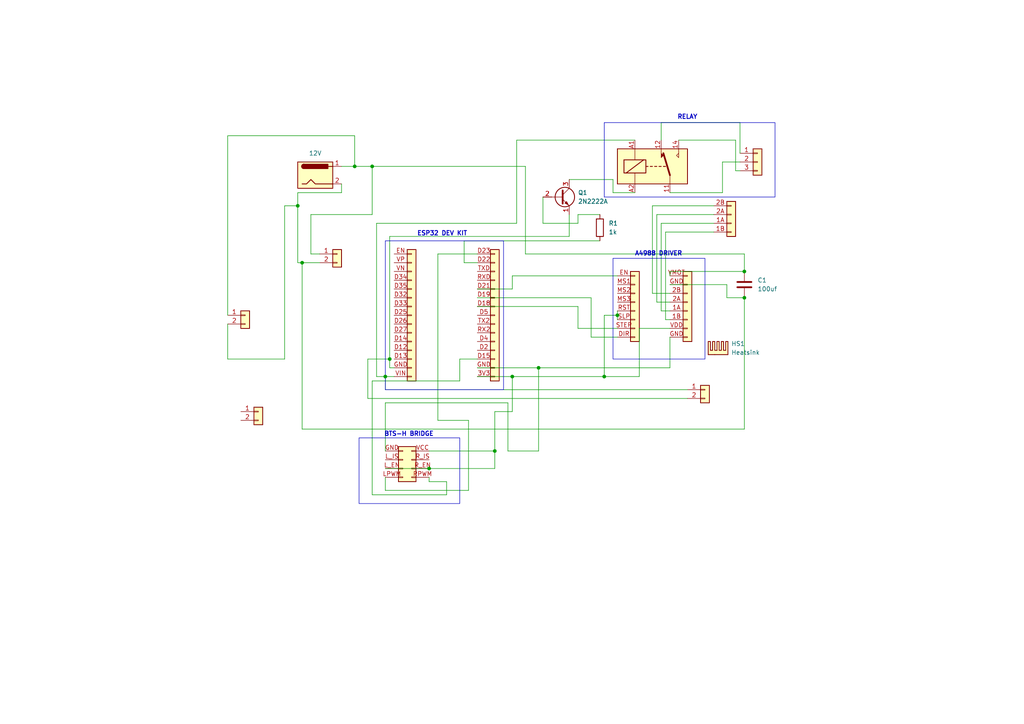
<source format=kicad_sch>
(kicad_sch
	(version 20250114)
	(generator "eeschema")
	(generator_version "9.0")
	(uuid "2ff25909-0e1b-4294-ab87-8fd6f8d686c7")
	(paper "A4")
	(lib_symbols
		(symbol "Conn_01x08_1"
			(pin_names
				(offset 1.016)
				(hide yes)
			)
			(exclude_from_sim no)
			(in_bom yes)
			(on_board yes)
			(property "Reference" "J3"
				(at 2.54 0.0001 0)
				(effects
					(font
						(size 1.27 1.27)
					)
					(justify left)
				)
			)
			(property "Value" "Conn_01x08"
				(at 2.54 -2.5399 0)
				(show_name)
				(effects
					(font
						(size 1.27 1.27)
					)
					(justify left)
				)
			)
			(property "Footprint" "Connector_PinHeader_2.54mm:PinHeader_1x08_P2.54mm_Vertical"
				(at 0 0 0)
				(effects
					(font
						(size 1.27 1.27)
					)
					(hide yes)
				)
			)
			(property "Datasheet" "~"
				(at 0 0 0)
				(effects
					(font
						(size 1.27 1.27)
					)
					(hide yes)
				)
			)
			(property "Description" "Generic connector, single row, 01x08, script generated (kicad-library-utils/schlib/autogen/connector/)"
				(at 0 0 0)
				(effects
					(font
						(size 1.27 1.27)
					)
					(hide yes)
				)
			)
			(property "ki_keywords" "connector"
				(at 0 0 0)
				(effects
					(font
						(size 1.27 1.27)
					)
					(hide yes)
				)
			)
			(property "ki_fp_filters" "Connector*:*_1x??_*"
				(at 0 0 0)
				(effects
					(font
						(size 1.27 1.27)
					)
					(hide yes)
				)
			)
			(symbol "Conn_01x08_1_1_1"
				(rectangle
					(start -1.27 8.89)
					(end 1.27 -11.43)
					(stroke
						(width 0.254)
						(type default)
					)
					(fill
						(type background)
					)
				)
				(rectangle
					(start -1.27 7.747)
					(end 0 7.493)
					(stroke
						(width 0.1524)
						(type default)
					)
					(fill
						(type none)
					)
				)
				(rectangle
					(start -1.27 5.207)
					(end 0 4.953)
					(stroke
						(width 0.1524)
						(type default)
					)
					(fill
						(type none)
					)
				)
				(rectangle
					(start -1.27 2.667)
					(end 0 2.413)
					(stroke
						(width 0.1524)
						(type default)
					)
					(fill
						(type none)
					)
				)
				(rectangle
					(start -1.27 0.127)
					(end 0 -0.127)
					(stroke
						(width 0.1524)
						(type default)
					)
					(fill
						(type none)
					)
				)
				(rectangle
					(start -1.27 -2.413)
					(end 0 -2.667)
					(stroke
						(width 0.1524)
						(type default)
					)
					(fill
						(type none)
					)
				)
				(rectangle
					(start -1.27 -4.953)
					(end 0 -5.207)
					(stroke
						(width 0.1524)
						(type default)
					)
					(fill
						(type none)
					)
				)
				(rectangle
					(start -1.27 -7.493)
					(end 0 -7.747)
					(stroke
						(width 0.1524)
						(type default)
					)
					(fill
						(type none)
					)
				)
				(rectangle
					(start -1.27 -10.033)
					(end 0 -10.287)
					(stroke
						(width 0.1524)
						(type default)
					)
					(fill
						(type none)
					)
				)
				(pin passive line
					(at -5.08 7.62 0)
					(length 3.81)
					(name "Pin_1"
						(effects
							(font
								(size 1.27 1.27)
							)
						)
					)
					(number "EN"
						(effects
							(font
								(size 1.27 1.27)
							)
						)
					)
				)
				(pin passive line
					(at -5.08 5.08 0)
					(length 3.81)
					(name "Pin_2"
						(effects
							(font
								(size 1.27 1.27)
							)
						)
					)
					(number "MS1"
						(effects
							(font
								(size 1.27 1.27)
							)
						)
					)
				)
				(pin passive line
					(at -5.08 2.54 0)
					(length 3.81)
					(name "Pin_3"
						(effects
							(font
								(size 1.27 1.27)
							)
						)
					)
					(number "MS2"
						(effects
							(font
								(size 1.27 1.27)
							)
						)
					)
				)
				(pin passive line
					(at -5.08 0 0)
					(length 3.81)
					(name "Pin_4"
						(effects
							(font
								(size 1.27 1.27)
							)
						)
					)
					(number "MS3"
						(effects
							(font
								(size 1.27 1.27)
							)
						)
					)
				)
				(pin passive line
					(at -5.08 -2.54 0)
					(length 3.81)
					(name "Pin_5"
						(effects
							(font
								(size 1.27 1.27)
							)
						)
					)
					(number "RST"
						(effects
							(font
								(size 1.27 1.27)
							)
						)
					)
				)
				(pin passive line
					(at -5.08 -5.08 0)
					(length 3.81)
					(name "Pin_6"
						(effects
							(font
								(size 1.27 1.27)
							)
						)
					)
					(number "SLP"
						(effects
							(font
								(size 1.27 1.27)
							)
						)
					)
				)
				(pin passive line
					(at -5.08 -7.62 0)
					(length 3.81)
					(name "Pin_7"
						(effects
							(font
								(size 1.27 1.27)
							)
						)
					)
					(number "STEP"
						(effects
							(font
								(size 1.27 1.27)
							)
						)
					)
				)
				(pin passive line
					(at -5.08 -10.16 0)
					(length 3.81)
					(name "Pin_8"
						(effects
							(font
								(size 1.27 1.27)
							)
						)
					)
					(number "DIR"
						(effects
							(font
								(size 1.27 1.27)
							)
						)
					)
				)
			)
			(embedded_fonts no)
		)
		(symbol "Conn_01x15_1"
			(pin_names
				(offset 1.016)
				(hide yes)
			)
			(exclude_from_sim no)
			(in_bom yes)
			(on_board yes)
			(property "Reference" "J1"
				(at 2.54 1.2701 0)
				(effects
					(font
						(size 1.27 1.27)
					)
					(justify left)
				)
			)
			(property "Value" "Conn_01x15"
				(at 2.54 -1.2699 0)
				(effects
					(font
						(size 1.27 1.27)
					)
					(justify left)
				)
			)
			(property "Footprint" "Connector_PinHeader_2.54mm:PinHeader_1x15_P2.54mm_Vertical"
				(at 0 0 0)
				(effects
					(font
						(size 1.27 1.27)
					)
					(hide yes)
				)
			)
			(property "Datasheet" "~"
				(at 0 0 0)
				(effects
					(font
						(size 1.27 1.27)
					)
					(hide yes)
				)
			)
			(property "Description" "Generic connector, single row, 01x15, script generated (kicad-library-utils/schlib/autogen/connector/)"
				(at 0 0 0)
				(effects
					(font
						(size 1.27 1.27)
					)
					(hide yes)
				)
			)
			(property "ki_keywords" "connector"
				(at 0 0 0)
				(effects
					(font
						(size 1.27 1.27)
					)
					(hide yes)
				)
			)
			(property "ki_fp_filters" "Connector*:*_1x??_*"
				(at 0 0 0)
				(effects
					(font
						(size 1.27 1.27)
					)
					(hide yes)
				)
			)
			(symbol "Conn_01x15_1_1_1"
				(rectangle
					(start -1.27 19.05)
					(end 1.27 -19.05)
					(stroke
						(width 0.254)
						(type default)
					)
					(fill
						(type background)
					)
				)
				(rectangle
					(start -1.27 17.907)
					(end 0 17.653)
					(stroke
						(width 0.1524)
						(type default)
					)
					(fill
						(type none)
					)
				)
				(rectangle
					(start -1.27 15.367)
					(end 0 15.113)
					(stroke
						(width 0.1524)
						(type default)
					)
					(fill
						(type none)
					)
				)
				(rectangle
					(start -1.27 12.827)
					(end 0 12.573)
					(stroke
						(width 0.1524)
						(type default)
					)
					(fill
						(type none)
					)
				)
				(rectangle
					(start -1.27 10.287)
					(end 0 10.033)
					(stroke
						(width 0.1524)
						(type default)
					)
					(fill
						(type none)
					)
				)
				(rectangle
					(start -1.27 7.747)
					(end 0 7.493)
					(stroke
						(width 0.1524)
						(type default)
					)
					(fill
						(type none)
					)
				)
				(rectangle
					(start -1.27 5.207)
					(end 0 4.953)
					(stroke
						(width 0.1524)
						(type default)
					)
					(fill
						(type none)
					)
				)
				(rectangle
					(start -1.27 2.667)
					(end 0 2.413)
					(stroke
						(width 0.1524)
						(type default)
					)
					(fill
						(type none)
					)
				)
				(rectangle
					(start -1.27 0.127)
					(end 0 -0.127)
					(stroke
						(width 0.1524)
						(type default)
					)
					(fill
						(type none)
					)
				)
				(rectangle
					(start -1.27 -2.413)
					(end 0 -2.667)
					(stroke
						(width 0.1524)
						(type default)
					)
					(fill
						(type none)
					)
				)
				(rectangle
					(start -1.27 -4.953)
					(end 0 -5.207)
					(stroke
						(width 0.1524)
						(type default)
					)
					(fill
						(type none)
					)
				)
				(rectangle
					(start -1.27 -7.493)
					(end 0 -7.747)
					(stroke
						(width 0.1524)
						(type default)
					)
					(fill
						(type none)
					)
				)
				(rectangle
					(start -1.27 -10.033)
					(end 0 -10.287)
					(stroke
						(width 0.1524)
						(type default)
					)
					(fill
						(type none)
					)
				)
				(rectangle
					(start -1.27 -12.573)
					(end 0 -12.827)
					(stroke
						(width 0.1524)
						(type default)
					)
					(fill
						(type none)
					)
				)
				(rectangle
					(start -1.27 -15.113)
					(end 0 -15.367)
					(stroke
						(width 0.1524)
						(type default)
					)
					(fill
						(type none)
					)
				)
				(rectangle
					(start -1.27 -17.653)
					(end 0 -17.907)
					(stroke
						(width 0.1524)
						(type default)
					)
					(fill
						(type none)
					)
				)
				(pin passive line
					(at -5.08 17.78 0)
					(length 3.81)
					(name "Pin_1"
						(effects
							(font
								(size 1.27 1.27)
							)
						)
					)
					(number "EN"
						(effects
							(font
								(size 1.27 1.27)
							)
						)
					)
				)
				(pin passive line
					(at -5.08 15.24 0)
					(length 3.81)
					(name "Pin_2"
						(effects
							(font
								(size 1.27 1.27)
							)
						)
					)
					(number "VP"
						(effects
							(font
								(size 1.27 1.27)
							)
						)
					)
				)
				(pin passive line
					(at -5.08 12.7 0)
					(length 3.81)
					(name "Pin_3"
						(effects
							(font
								(size 1.27 1.27)
							)
						)
					)
					(number "VN"
						(effects
							(font
								(size 1.27 1.27)
							)
						)
					)
				)
				(pin passive line
					(at -5.08 10.16 0)
					(length 3.81)
					(name "Pin_4"
						(effects
							(font
								(size 1.27 1.27)
							)
						)
					)
					(number "D34"
						(effects
							(font
								(size 1.27 1.27)
							)
						)
					)
				)
				(pin passive line
					(at -5.08 7.62 0)
					(length 3.81)
					(name "Pin_5"
						(effects
							(font
								(size 1.27 1.27)
							)
						)
					)
					(number "D35"
						(effects
							(font
								(size 1.27 1.27)
							)
						)
					)
				)
				(pin passive line
					(at -5.08 5.08 0)
					(length 3.81)
					(name "Pin_6"
						(effects
							(font
								(size 1.27 1.27)
							)
						)
					)
					(number "D32"
						(effects
							(font
								(size 1.27 1.27)
							)
						)
					)
				)
				(pin passive line
					(at -5.08 2.54 0)
					(length 3.81)
					(name "Pin_7"
						(effects
							(font
								(size 1.27 1.27)
							)
						)
					)
					(number "D33"
						(effects
							(font
								(size 1.27 1.27)
							)
						)
					)
				)
				(pin passive line
					(at -5.08 0 0)
					(length 3.81)
					(name "Pin_8"
						(effects
							(font
								(size 1.27 1.27)
							)
						)
					)
					(number "D25"
						(effects
							(font
								(size 1.27 1.27)
							)
						)
					)
				)
				(pin passive line
					(at -5.08 -2.54 0)
					(length 3.81)
					(name "Pin_9"
						(effects
							(font
								(size 1.27 1.27)
							)
						)
					)
					(number "D26"
						(effects
							(font
								(size 1.27 1.27)
							)
						)
					)
				)
				(pin passive line
					(at -5.08 -5.08 0)
					(length 3.81)
					(name "Pin_10"
						(effects
							(font
								(size 1.27 1.27)
							)
						)
					)
					(number "D27"
						(effects
							(font
								(size 1.27 1.27)
							)
						)
					)
				)
				(pin passive line
					(at -5.08 -7.62 0)
					(length 3.81)
					(name "Pin_11"
						(effects
							(font
								(size 1.27 1.27)
							)
						)
					)
					(number "D14"
						(effects
							(font
								(size 1.27 1.27)
							)
						)
					)
				)
				(pin passive line
					(at -5.08 -10.16 0)
					(length 3.81)
					(name "Pin_12"
						(effects
							(font
								(size 1.27 1.27)
							)
						)
					)
					(number "D12"
						(effects
							(font
								(size 1.27 1.27)
							)
						)
					)
				)
				(pin passive line
					(at -5.08 -12.7 0)
					(length 3.81)
					(name "Pin_13"
						(effects
							(font
								(size 1.27 1.27)
							)
						)
					)
					(number "D13"
						(effects
							(font
								(size 1.27 1.27)
							)
						)
					)
				)
				(pin passive line
					(at -5.08 -15.24 0)
					(length 3.81)
					(name "Pin_14"
						(effects
							(font
								(size 1.27 1.27)
							)
						)
					)
					(number "GND"
						(effects
							(font
								(size 1.27 1.27)
							)
						)
					)
				)
				(pin passive line
					(at -5.08 -17.78 0)
					(length 3.81)
					(name "Pin_15"
						(effects
							(font
								(size 1.27 1.27)
							)
						)
					)
					(number "VIN"
						(effects
							(font
								(size 1.27 1.27)
							)
						)
					)
				)
			)
			(embedded_fonts no)
		)
		(symbol "Connector:Barrel_Jack"
			(pin_names
				(offset 1.016)
			)
			(exclude_from_sim no)
			(in_bom yes)
			(on_board yes)
			(property "Reference" "J"
				(at 0 5.334 0)
				(effects
					(font
						(size 1.27 1.27)
					)
				)
			)
			(property "Value" "Barrel_Jack"
				(at 0 -5.08 0)
				(effects
					(font
						(size 1.27 1.27)
					)
				)
			)
			(property "Footprint" ""
				(at 1.27 -1.016 0)
				(effects
					(font
						(size 1.27 1.27)
					)
					(hide yes)
				)
			)
			(property "Datasheet" "~"
				(at 1.27 -1.016 0)
				(effects
					(font
						(size 1.27 1.27)
					)
					(hide yes)
				)
			)
			(property "Description" "DC Barrel Jack"
				(at 0 0 0)
				(effects
					(font
						(size 1.27 1.27)
					)
					(hide yes)
				)
			)
			(property "ki_keywords" "DC power barrel jack connector"
				(at 0 0 0)
				(effects
					(font
						(size 1.27 1.27)
					)
					(hide yes)
				)
			)
			(property "ki_fp_filters" "BarrelJack*"
				(at 0 0 0)
				(effects
					(font
						(size 1.27 1.27)
					)
					(hide yes)
				)
			)
			(symbol "Barrel_Jack_0_1"
				(rectangle
					(start -5.08 3.81)
					(end 5.08 -3.81)
					(stroke
						(width 0.254)
						(type default)
					)
					(fill
						(type background)
					)
				)
				(polyline
					(pts
						(xy -3.81 -2.54) (xy -2.54 -2.54) (xy -1.27 -1.27) (xy 0 -2.54) (xy 2.54 -2.54) (xy 5.08 -2.54)
					)
					(stroke
						(width 0.254)
						(type default)
					)
					(fill
						(type none)
					)
				)
				(arc
					(start -3.302 1.905)
					(mid -3.9343 2.54)
					(end -3.302 3.175)
					(stroke
						(width 0.254)
						(type default)
					)
					(fill
						(type none)
					)
				)
				(arc
					(start -3.302 1.905)
					(mid -3.9343 2.54)
					(end -3.302 3.175)
					(stroke
						(width 0.254)
						(type default)
					)
					(fill
						(type outline)
					)
				)
				(rectangle
					(start 3.683 3.175)
					(end -3.302 1.905)
					(stroke
						(width 0.254)
						(type default)
					)
					(fill
						(type outline)
					)
				)
				(polyline
					(pts
						(xy 5.08 2.54) (xy 3.81 2.54)
					)
					(stroke
						(width 0.254)
						(type default)
					)
					(fill
						(type none)
					)
				)
			)
			(symbol "Barrel_Jack_1_1"
				(pin passive line
					(at 7.62 2.54 180)
					(length 2.54)
					(name "~"
						(effects
							(font
								(size 1.27 1.27)
							)
						)
					)
					(number "1"
						(effects
							(font
								(size 1.27 1.27)
							)
						)
					)
				)
				(pin passive line
					(at 7.62 -2.54 180)
					(length 2.54)
					(name "~"
						(effects
							(font
								(size 1.27 1.27)
							)
						)
					)
					(number "2"
						(effects
							(font
								(size 1.27 1.27)
							)
						)
					)
				)
			)
			(embedded_fonts no)
		)
		(symbol "Connector_Generic:Conn_01x02"
			(pin_names
				(offset 1.016)
				(hide yes)
			)
			(exclude_from_sim no)
			(in_bom yes)
			(on_board yes)
			(property "Reference" "J"
				(at 0 2.54 0)
				(effects
					(font
						(size 1.27 1.27)
					)
				)
			)
			(property "Value" "Conn_01x02"
				(at 0 -5.08 0)
				(effects
					(font
						(size 1.27 1.27)
					)
				)
			)
			(property "Footprint" ""
				(at 0 0 0)
				(effects
					(font
						(size 1.27 1.27)
					)
					(hide yes)
				)
			)
			(property "Datasheet" "~"
				(at 0 0 0)
				(effects
					(font
						(size 1.27 1.27)
					)
					(hide yes)
				)
			)
			(property "Description" "Generic connector, single row, 01x02, script generated (kicad-library-utils/schlib/autogen/connector/)"
				(at 0 0 0)
				(effects
					(font
						(size 1.27 1.27)
					)
					(hide yes)
				)
			)
			(property "ki_keywords" "connector"
				(at 0 0 0)
				(effects
					(font
						(size 1.27 1.27)
					)
					(hide yes)
				)
			)
			(property "ki_fp_filters" "Connector*:*_1x??_*"
				(at 0 0 0)
				(effects
					(font
						(size 1.27 1.27)
					)
					(hide yes)
				)
			)
			(symbol "Conn_01x02_1_1"
				(rectangle
					(start -1.27 1.27)
					(end 1.27 -3.81)
					(stroke
						(width 0.254)
						(type default)
					)
					(fill
						(type background)
					)
				)
				(rectangle
					(start -1.27 0.127)
					(end 0 -0.127)
					(stroke
						(width 0.1524)
						(type default)
					)
					(fill
						(type none)
					)
				)
				(rectangle
					(start -1.27 -2.413)
					(end 0 -2.667)
					(stroke
						(width 0.1524)
						(type default)
					)
					(fill
						(type none)
					)
				)
				(pin passive line
					(at -5.08 0 0)
					(length 3.81)
					(name "Pin_1"
						(effects
							(font
								(size 1.27 1.27)
							)
						)
					)
					(number "1"
						(effects
							(font
								(size 1.27 1.27)
							)
						)
					)
				)
				(pin passive line
					(at -5.08 -2.54 0)
					(length 3.81)
					(name "Pin_2"
						(effects
							(font
								(size 1.27 1.27)
							)
						)
					)
					(number "2"
						(effects
							(font
								(size 1.27 1.27)
							)
						)
					)
				)
			)
			(embedded_fonts no)
		)
		(symbol "Connector_Generic:Conn_01x03"
			(pin_names
				(offset 1.016)
				(hide yes)
			)
			(exclude_from_sim no)
			(in_bom yes)
			(on_board yes)
			(property "Reference" "J"
				(at 0 5.08 0)
				(effects
					(font
						(size 1.27 1.27)
					)
				)
			)
			(property "Value" "Conn_01x03"
				(at 0 -5.08 0)
				(effects
					(font
						(size 1.27 1.27)
					)
				)
			)
			(property "Footprint" ""
				(at 0 0 0)
				(effects
					(font
						(size 1.27 1.27)
					)
					(hide yes)
				)
			)
			(property "Datasheet" "~"
				(at 0 0 0)
				(effects
					(font
						(size 1.27 1.27)
					)
					(hide yes)
				)
			)
			(property "Description" "Generic connector, single row, 01x03, script generated (kicad-library-utils/schlib/autogen/connector/)"
				(at 0 0 0)
				(effects
					(font
						(size 1.27 1.27)
					)
					(hide yes)
				)
			)
			(property "ki_keywords" "connector"
				(at 0 0 0)
				(effects
					(font
						(size 1.27 1.27)
					)
					(hide yes)
				)
			)
			(property "ki_fp_filters" "Connector*:*_1x??_*"
				(at 0 0 0)
				(effects
					(font
						(size 1.27 1.27)
					)
					(hide yes)
				)
			)
			(symbol "Conn_01x03_1_1"
				(rectangle
					(start -1.27 3.81)
					(end 1.27 -3.81)
					(stroke
						(width 0.254)
						(type default)
					)
					(fill
						(type background)
					)
				)
				(rectangle
					(start -1.27 2.667)
					(end 0 2.413)
					(stroke
						(width 0.1524)
						(type default)
					)
					(fill
						(type none)
					)
				)
				(rectangle
					(start -1.27 0.127)
					(end 0 -0.127)
					(stroke
						(width 0.1524)
						(type default)
					)
					(fill
						(type none)
					)
				)
				(rectangle
					(start -1.27 -2.413)
					(end 0 -2.667)
					(stroke
						(width 0.1524)
						(type default)
					)
					(fill
						(type none)
					)
				)
				(pin passive line
					(at -5.08 2.54 0)
					(length 3.81)
					(name "Pin_1"
						(effects
							(font
								(size 1.27 1.27)
							)
						)
					)
					(number "1"
						(effects
							(font
								(size 1.27 1.27)
							)
						)
					)
				)
				(pin passive line
					(at -5.08 0 0)
					(length 3.81)
					(name "Pin_2"
						(effects
							(font
								(size 1.27 1.27)
							)
						)
					)
					(number "2"
						(effects
							(font
								(size 1.27 1.27)
							)
						)
					)
				)
				(pin passive line
					(at -5.08 -2.54 0)
					(length 3.81)
					(name "Pin_3"
						(effects
							(font
								(size 1.27 1.27)
							)
						)
					)
					(number "3"
						(effects
							(font
								(size 1.27 1.27)
							)
						)
					)
				)
			)
			(embedded_fonts no)
		)
		(symbol "Connector_Generic:Conn_01x04"
			(pin_names
				(offset 1.016)
				(hide yes)
			)
			(exclude_from_sim no)
			(in_bom yes)
			(on_board yes)
			(property "Reference" "J5"
				(at 2.54 0.0001 0)
				(effects
					(font
						(size 1.27 1.27)
					)
					(justify left)
					(hide yes)
				)
			)
			(property "Value" "Conn_01x04"
				(at 2.54 -2.5399 0)
				(effects
					(font
						(size 1.27 1.27)
					)
					(justify left)
					(hide yes)
				)
			)
			(property "Footprint" "Connector_PinHeader_2.54mm:PinHeader_1x04_P2.54mm_Horizontal"
				(at 0 0 0)
				(effects
					(font
						(size 1.27 1.27)
					)
					(hide yes)
				)
			)
			(property "Datasheet" "~"
				(at 0 0 0)
				(effects
					(font
						(size 1.27 1.27)
					)
					(hide yes)
				)
			)
			(property "Description" "Generic connector, single row, 01x04, script generated (kicad-library-utils/schlib/autogen/connector/)"
				(at 0 0 0)
				(effects
					(font
						(size 1.27 1.27)
					)
					(hide yes)
				)
			)
			(property "ki_keywords" "connector"
				(at 0 0 0)
				(effects
					(font
						(size 1.27 1.27)
					)
					(hide yes)
				)
			)
			(property "ki_fp_filters" "Connector*:*_1x??_*"
				(at 0 0 0)
				(effects
					(font
						(size 1.27 1.27)
					)
					(hide yes)
				)
			)
			(symbol "Conn_01x04_1_1"
				(rectangle
					(start -1.27 3.81)
					(end 1.27 -6.35)
					(stroke
						(width 0.254)
						(type default)
					)
					(fill
						(type background)
					)
				)
				(rectangle
					(start -1.27 2.667)
					(end 0 2.413)
					(stroke
						(width 0.1524)
						(type default)
					)
					(fill
						(type none)
					)
				)
				(rectangle
					(start -1.27 0.127)
					(end 0 -0.127)
					(stroke
						(width 0.1524)
						(type default)
					)
					(fill
						(type none)
					)
				)
				(rectangle
					(start -1.27 -2.413)
					(end 0 -2.667)
					(stroke
						(width 0.1524)
						(type default)
					)
					(fill
						(type none)
					)
				)
				(rectangle
					(start -1.27 -4.953)
					(end 0 -5.207)
					(stroke
						(width 0.1524)
						(type default)
					)
					(fill
						(type none)
					)
				)
				(pin passive line
					(at -5.08 2.54 0)
					(length 3.81)
					(name "Pin_1"
						(effects
							(font
								(size 1.27 1.27)
							)
						)
					)
					(number "2B"
						(effects
							(font
								(size 1.27 1.27)
							)
						)
					)
				)
				(pin passive line
					(at -5.08 0 0)
					(length 3.81)
					(name "Pin_2"
						(effects
							(font
								(size 1.27 1.27)
							)
						)
					)
					(number "2A"
						(effects
							(font
								(size 1.27 1.27)
							)
						)
					)
				)
				(pin passive line
					(at -5.08 -2.54 0)
					(length 3.81)
					(name "Pin_3"
						(effects
							(font
								(size 1.27 1.27)
							)
						)
					)
					(number "1A"
						(effects
							(font
								(size 1.27 1.27)
							)
						)
					)
				)
				(pin passive line
					(at -5.08 -5.08 0)
					(length 3.81)
					(name "Pin_4"
						(effects
							(font
								(size 1.27 1.27)
							)
						)
					)
					(number "1B"
						(effects
							(font
								(size 1.27 1.27)
							)
						)
					)
				)
			)
			(embedded_fonts no)
		)
		(symbol "Connector_Generic:Conn_01x08"
			(pin_names
				(offset 1.016)
				(hide yes)
			)
			(exclude_from_sim no)
			(in_bom yes)
			(on_board yes)
			(property "Reference" "J4"
				(at 2.54 0.0001 0)
				(effects
					(font
						(size 1.27 1.27)
					)
					(justify left)
				)
			)
			(property "Value" "Conn_01x08"
				(at 2.54 -2.5399 0)
				(show_name)
				(effects
					(font
						(size 1.27 1.27)
					)
					(justify left)
				)
			)
			(property "Footprint" "Connector_PinHeader_2.54mm:PinHeader_1x08_P2.54mm_Vertical"
				(at 0 0 0)
				(effects
					(font
						(size 1.27 1.27)
					)
					(hide yes)
				)
			)
			(property "Datasheet" "~"
				(at 0 0 0)
				(effects
					(font
						(size 1.27 1.27)
					)
					(hide yes)
				)
			)
			(property "Description" "Generic connector, single row, 01x08, script generated (kicad-library-utils/schlib/autogen/connector/)"
				(at 0 0 0)
				(effects
					(font
						(size 1.27 1.27)
					)
					(hide yes)
				)
			)
			(property "ki_keywords" "connector"
				(at 0 0 0)
				(effects
					(font
						(size 1.27 1.27)
					)
					(hide yes)
				)
			)
			(property "ki_fp_filters" "Connector*:*_1x??_*"
				(at 0 0 0)
				(effects
					(font
						(size 1.27 1.27)
					)
					(hide yes)
				)
			)
			(symbol "Conn_01x08_1_1"
				(rectangle
					(start -1.27 8.89)
					(end 1.27 -11.43)
					(stroke
						(width 0.254)
						(type default)
					)
					(fill
						(type background)
					)
				)
				(rectangle
					(start -1.27 7.747)
					(end 0 7.493)
					(stroke
						(width 0.1524)
						(type default)
					)
					(fill
						(type none)
					)
				)
				(rectangle
					(start -1.27 5.207)
					(end 0 4.953)
					(stroke
						(width 0.1524)
						(type default)
					)
					(fill
						(type none)
					)
				)
				(rectangle
					(start -1.27 2.667)
					(end 0 2.413)
					(stroke
						(width 0.1524)
						(type default)
					)
					(fill
						(type none)
					)
				)
				(rectangle
					(start -1.27 0.127)
					(end 0 -0.127)
					(stroke
						(width 0.1524)
						(type default)
					)
					(fill
						(type none)
					)
				)
				(rectangle
					(start -1.27 -2.413)
					(end 0 -2.667)
					(stroke
						(width 0.1524)
						(type default)
					)
					(fill
						(type none)
					)
				)
				(rectangle
					(start -1.27 -4.953)
					(end 0 -5.207)
					(stroke
						(width 0.1524)
						(type default)
					)
					(fill
						(type none)
					)
				)
				(rectangle
					(start -1.27 -7.493)
					(end 0 -7.747)
					(stroke
						(width 0.1524)
						(type default)
					)
					(fill
						(type none)
					)
				)
				(rectangle
					(start -1.27 -10.033)
					(end 0 -10.287)
					(stroke
						(width 0.1524)
						(type default)
					)
					(fill
						(type none)
					)
				)
				(pin passive line
					(at -5.08 7.62 0)
					(length 3.81)
					(name "Pin_1"
						(effects
							(font
								(size 1.27 1.27)
							)
						)
					)
					(number "VMOT"
						(effects
							(font
								(size 1.27 1.27)
							)
						)
					)
				)
				(pin passive line
					(at -5.08 5.08 0)
					(length 3.81)
					(name "GND"
						(effects
							(font
								(size 1.27 1.27)
							)
						)
					)
					(number "GND"
						(effects
							(font
								(size 1.27 1.27)
							)
						)
					)
				)
				(pin passive line
					(at -5.08 2.54 0)
					(length 3.81)
					(name "Pin_3"
						(effects
							(font
								(size 1.27 1.27)
							)
						)
					)
					(number "2B"
						(effects
							(font
								(size 1.27 1.27)
							)
						)
					)
				)
				(pin passive line
					(at -5.08 0 0)
					(length 3.81)
					(name "Pin_4"
						(effects
							(font
								(size 1.27 1.27)
							)
						)
					)
					(number "2A"
						(effects
							(font
								(size 1.27 1.27)
							)
						)
					)
				)
				(pin passive line
					(at -5.08 -2.54 0)
					(length 3.81)
					(name "Pin_5"
						(effects
							(font
								(size 1.27 1.27)
							)
						)
					)
					(number "1A"
						(effects
							(font
								(size 1.27 1.27)
							)
						)
					)
				)
				(pin passive line
					(at -5.08 -5.08 0)
					(length 3.81)
					(name "Pin_6"
						(effects
							(font
								(size 1.27 1.27)
							)
						)
					)
					(number "1B"
						(effects
							(font
								(size 1.27 1.27)
							)
						)
					)
				)
				(pin passive line
					(at -5.08 -7.62 0)
					(length 3.81)
					(name "Pin_7"
						(effects
							(font
								(size 1.27 1.27)
							)
						)
					)
					(number "VDD"
						(effects
							(font
								(size 1.27 1.27)
							)
						)
					)
				)
				(pin passive line
					(at -5.08 -10.16 0)
					(length 3.81)
					(name "GND"
						(effects
							(font
								(size 1.27 1.27)
							)
						)
					)
					(number "GND"
						(effects
							(font
								(size 1.27 1.27)
							)
						)
					)
				)
			)
			(embedded_fonts no)
		)
		(symbol "Connector_Generic:Conn_01x15"
			(pin_names
				(offset 1.016)
				(hide yes)
			)
			(exclude_from_sim no)
			(in_bom yes)
			(on_board yes)
			(property "Reference" "J2"
				(at 2.54 1.2701 0)
				(effects
					(font
						(size 1.27 1.27)
					)
					(justify left)
				)
			)
			(property "Value" "Conn_01x15"
				(at 2.54 -1.2699 0)
				(effects
					(font
						(size 1.27 1.27)
					)
					(justify left)
				)
			)
			(property "Footprint" "Connector_PinHeader_2.54mm:PinHeader_1x15_P2.54mm_Vertical"
				(at 0 0 0)
				(effects
					(font
						(size 1.27 1.27)
					)
					(hide yes)
				)
			)
			(property "Datasheet" "~"
				(at 0 0 0)
				(effects
					(font
						(size 1.27 1.27)
					)
					(hide yes)
				)
			)
			(property "Description" "Generic connector, single row, 01x15, script generated (kicad-library-utils/schlib/autogen/connector/)"
				(at 0 0 0)
				(effects
					(font
						(size 1.27 1.27)
					)
					(hide yes)
				)
			)
			(property "ki_keywords" "connector"
				(at 0 0 0)
				(effects
					(font
						(size 1.27 1.27)
					)
					(hide yes)
				)
			)
			(property "ki_fp_filters" "Connector*:*_1x??_*"
				(at 0 0 0)
				(effects
					(font
						(size 1.27 1.27)
					)
					(hide yes)
				)
			)
			(symbol "Conn_01x15_1_1"
				(rectangle
					(start -1.27 19.05)
					(end 1.27 -19.05)
					(stroke
						(width 0.254)
						(type default)
					)
					(fill
						(type background)
					)
				)
				(rectangle
					(start -1.27 17.907)
					(end 0 17.653)
					(stroke
						(width 0.1524)
						(type default)
					)
					(fill
						(type none)
					)
				)
				(rectangle
					(start -1.27 15.367)
					(end 0 15.113)
					(stroke
						(width 0.1524)
						(type default)
					)
					(fill
						(type none)
					)
				)
				(rectangle
					(start -1.27 12.827)
					(end 0 12.573)
					(stroke
						(width 0.1524)
						(type default)
					)
					(fill
						(type none)
					)
				)
				(rectangle
					(start -1.27 10.287)
					(end 0 10.033)
					(stroke
						(width 0.1524)
						(type default)
					)
					(fill
						(type none)
					)
				)
				(rectangle
					(start -1.27 7.747)
					(end 0 7.493)
					(stroke
						(width 0.1524)
						(type default)
					)
					(fill
						(type none)
					)
				)
				(rectangle
					(start -1.27 5.207)
					(end 0 4.953)
					(stroke
						(width 0.1524)
						(type default)
					)
					(fill
						(type none)
					)
				)
				(rectangle
					(start -1.27 2.667)
					(end 0 2.413)
					(stroke
						(width 0.1524)
						(type default)
					)
					(fill
						(type none)
					)
				)
				(rectangle
					(start -1.27 0.127)
					(end 0 -0.127)
					(stroke
						(width 0.1524)
						(type default)
					)
					(fill
						(type none)
					)
				)
				(rectangle
					(start -1.27 -2.413)
					(end 0 -2.667)
					(stroke
						(width 0.1524)
						(type default)
					)
					(fill
						(type none)
					)
				)
				(rectangle
					(start -1.27 -4.953)
					(end 0 -5.207)
					(stroke
						(width 0.1524)
						(type default)
					)
					(fill
						(type none)
					)
				)
				(rectangle
					(start -1.27 -7.493)
					(end 0 -7.747)
					(stroke
						(width 0.1524)
						(type default)
					)
					(fill
						(type none)
					)
				)
				(rectangle
					(start -1.27 -10.033)
					(end 0 -10.287)
					(stroke
						(width 0.1524)
						(type default)
					)
					(fill
						(type none)
					)
				)
				(rectangle
					(start -1.27 -12.573)
					(end 0 -12.827)
					(stroke
						(width 0.1524)
						(type default)
					)
					(fill
						(type none)
					)
				)
				(rectangle
					(start -1.27 -15.113)
					(end 0 -15.367)
					(stroke
						(width 0.1524)
						(type default)
					)
					(fill
						(type none)
					)
				)
				(rectangle
					(start -1.27 -17.653)
					(end 0 -17.907)
					(stroke
						(width 0.1524)
						(type default)
					)
					(fill
						(type none)
					)
				)
				(pin passive line
					(at -5.08 17.78 0)
					(length 3.81)
					(name "Pin_1"
						(effects
							(font
								(size 1.27 1.27)
							)
						)
					)
					(number "D23"
						(effects
							(font
								(size 1.27 1.27)
							)
						)
					)
				)
				(pin passive line
					(at -5.08 15.24 0)
					(length 3.81)
					(name "Pin_2"
						(effects
							(font
								(size 1.27 1.27)
							)
						)
					)
					(number "D22"
						(effects
							(font
								(size 1.27 1.27)
							)
						)
					)
				)
				(pin passive line
					(at -5.08 12.7 0)
					(length 3.81)
					(name "Pin_3"
						(effects
							(font
								(size 1.27 1.27)
							)
						)
					)
					(number "TXD"
						(effects
							(font
								(size 1.27 1.27)
							)
						)
					)
				)
				(pin passive line
					(at -5.08 10.16 0)
					(length 3.81)
					(name "Pin_4"
						(effects
							(font
								(size 1.27 1.27)
							)
						)
					)
					(number "RXD"
						(effects
							(font
								(size 1.27 1.27)
							)
						)
					)
				)
				(pin passive line
					(at -5.08 7.62 0)
					(length 3.81)
					(name "Pin_5"
						(effects
							(font
								(size 1.27 1.27)
							)
						)
					)
					(number "D21"
						(effects
							(font
								(size 1.27 1.27)
							)
						)
					)
				)
				(pin passive line
					(at -5.08 5.08 0)
					(length 3.81)
					(name "Pin_6"
						(effects
							(font
								(size 1.27 1.27)
							)
						)
					)
					(number "D19"
						(effects
							(font
								(size 1.27 1.27)
							)
						)
					)
				)
				(pin passive line
					(at -5.08 2.54 0)
					(length 3.81)
					(name "Pin_7"
						(effects
							(font
								(size 1.27 1.27)
							)
						)
					)
					(number "D18"
						(effects
							(font
								(size 1.27 1.27)
							)
						)
					)
				)
				(pin passive line
					(at -5.08 0 0)
					(length 3.81)
					(name "Pin_8"
						(effects
							(font
								(size 1.27 1.27)
							)
						)
					)
					(number "D5"
						(effects
							(font
								(size 1.27 1.27)
							)
						)
					)
				)
				(pin passive line
					(at -5.08 -2.54 0)
					(length 3.81)
					(name "Pin_9"
						(effects
							(font
								(size 1.27 1.27)
							)
						)
					)
					(number "TX2"
						(effects
							(font
								(size 1.27 1.27)
							)
						)
					)
				)
				(pin passive line
					(at -5.08 -5.08 0)
					(length 3.81)
					(name "Pin_10"
						(effects
							(font
								(size 1.27 1.27)
							)
						)
					)
					(number "RX2"
						(effects
							(font
								(size 1.27 1.27)
							)
						)
					)
				)
				(pin passive line
					(at -5.08 -7.62 0)
					(length 3.81)
					(name "Pin_11"
						(effects
							(font
								(size 1.27 1.27)
							)
						)
					)
					(number "D4"
						(effects
							(font
								(size 1.27 1.27)
							)
						)
					)
				)
				(pin passive line
					(at -5.08 -10.16 0)
					(length 3.81)
					(name "Pin_12"
						(effects
							(font
								(size 1.27 1.27)
							)
						)
					)
					(number "D2"
						(effects
							(font
								(size 1.27 1.27)
							)
						)
					)
				)
				(pin passive line
					(at -5.08 -12.7 0)
					(length 3.81)
					(name "Pin_13"
						(effects
							(font
								(size 1.27 1.27)
							)
						)
					)
					(number "D15"
						(effects
							(font
								(size 1.27 1.27)
							)
						)
					)
				)
				(pin passive line
					(at -5.08 -15.24 0)
					(length 3.81)
					(name "Pin_14"
						(effects
							(font
								(size 1.27 1.27)
							)
						)
					)
					(number "GND"
						(effects
							(font
								(size 1.27 1.27)
							)
						)
					)
				)
				(pin passive line
					(at -5.08 -17.78 0)
					(length 3.81)
					(name "Pin_15"
						(effects
							(font
								(size 1.27 1.27)
							)
						)
					)
					(number "3V3"
						(effects
							(font
								(size 1.27 1.27)
							)
						)
					)
				)
			)
			(embedded_fonts no)
		)
		(symbol "Connector_Generic:Conn_02x04_Odd_Even"
			(pin_names
				(offset 1.016)
				(hide yes)
			)
			(exclude_from_sim no)
			(in_bom yes)
			(on_board yes)
			(property "Reference" "J12"
				(at 1.27 8.89 0)
				(effects
					(font
						(size 1.27 1.27)
					)
					(hide yes)
				)
			)
			(property "Value" "Conn_02x04_Top_Bottom"
				(at 1.27 6.35 0)
				(effects
					(font
						(size 1.27 1.27)
					)
					(hide yes)
				)
			)
			(property "Footprint" "Connector_PinHeader_2.54mm:PinHeader_2x04_P2.54mm_Vertical"
				(at 0 0 0)
				(effects
					(font
						(size 1.27 1.27)
					)
					(hide yes)
				)
			)
			(property "Datasheet" "~"
				(at 0 0 0)
				(effects
					(font
						(size 1.27 1.27)
					)
					(hide yes)
				)
			)
			(property "Description" "Generic connector, double row, 02x04, odd/even pin numbering scheme (row 1 odd numbers, row 2 even numbers), script generated (kicad-library-utils/schlib/autogen/connector/)"
				(at 0 0 0)
				(effects
					(font
						(size 1.27 1.27)
					)
					(hide yes)
				)
			)
			(property "ki_keywords" "connector"
				(at 0 0 0)
				(effects
					(font
						(size 1.27 1.27)
					)
					(hide yes)
				)
			)
			(property "ki_fp_filters" "Connector*:*_2x??_*"
				(at 0 0 0)
				(effects
					(font
						(size 1.27 1.27)
					)
					(hide yes)
				)
			)
			(symbol "Conn_02x04_Odd_Even_1_1"
				(rectangle
					(start -1.27 3.81)
					(end 3.81 -6.35)
					(stroke
						(width 0.254)
						(type default)
					)
					(fill
						(type background)
					)
				)
				(rectangle
					(start -1.27 2.667)
					(end 0 2.413)
					(stroke
						(width 0.1524)
						(type default)
					)
					(fill
						(type none)
					)
				)
				(rectangle
					(start -1.27 0.127)
					(end 0 -0.127)
					(stroke
						(width 0.1524)
						(type default)
					)
					(fill
						(type none)
					)
				)
				(rectangle
					(start -1.27 -2.413)
					(end 0 -2.667)
					(stroke
						(width 0.1524)
						(type default)
					)
					(fill
						(type none)
					)
				)
				(rectangle
					(start -1.27 -4.953)
					(end 0 -5.207)
					(stroke
						(width 0.1524)
						(type default)
					)
					(fill
						(type none)
					)
				)
				(rectangle
					(start 3.81 2.667)
					(end 2.54 2.413)
					(stroke
						(width 0.1524)
						(type default)
					)
					(fill
						(type none)
					)
				)
				(rectangle
					(start 3.81 0.127)
					(end 2.54 -0.127)
					(stroke
						(width 0.1524)
						(type default)
					)
					(fill
						(type none)
					)
				)
				(rectangle
					(start 3.81 -2.413)
					(end 2.54 -2.667)
					(stroke
						(width 0.1524)
						(type default)
					)
					(fill
						(type none)
					)
				)
				(rectangle
					(start 3.81 -4.953)
					(end 2.54 -5.207)
					(stroke
						(width 0.1524)
						(type default)
					)
					(fill
						(type none)
					)
				)
				(pin passive line
					(at -5.08 2.54 0)
					(length 3.81)
					(name "Pin_1"
						(effects
							(font
								(size 1.27 1.27)
							)
						)
					)
					(number "GND"
						(effects
							(font
								(size 1.27 1.27)
							)
						)
					)
				)
				(pin passive line
					(at -5.08 0 0)
					(length 3.81)
					(name "Pin_3"
						(effects
							(font
								(size 1.27 1.27)
							)
						)
					)
					(number "L_IS"
						(effects
							(font
								(size 1.27 1.27)
							)
						)
					)
				)
				(pin passive line
					(at -5.08 -2.54 0)
					(length 3.81)
					(name "Pin_5"
						(effects
							(font
								(size 1.27 1.27)
							)
						)
					)
					(number "L_EN"
						(effects
							(font
								(size 1.27 1.27)
							)
						)
					)
				)
				(pin passive line
					(at -5.08 -5.08 0)
					(length 3.81)
					(name "Pin_7"
						(effects
							(font
								(size 1.27 1.27)
							)
						)
					)
					(number "LPWM"
						(effects
							(font
								(size 1.27 1.27)
							)
						)
					)
				)
				(pin passive line
					(at 7.62 2.54 180)
					(length 3.81)
					(name "Pin_2"
						(effects
							(font
								(size 1.27 1.27)
							)
						)
					)
					(number "VCC"
						(effects
							(font
								(size 1.27 1.27)
							)
						)
					)
				)
				(pin passive line
					(at 7.62 0 180)
					(length 3.81)
					(name "Pin_4"
						(effects
							(font
								(size 1.27 1.27)
							)
						)
					)
					(number "R_IS"
						(effects
							(font
								(size 1.27 1.27)
							)
						)
					)
				)
				(pin passive line
					(at 7.62 -2.54 180)
					(length 3.81)
					(name "Pin_6"
						(effects
							(font
								(size 1.27 1.27)
							)
						)
					)
					(number "R_EN"
						(effects
							(font
								(size 1.27 1.27)
							)
						)
					)
				)
				(pin passive line
					(at 7.62 -5.08 180)
					(length 3.81)
					(name "Pin_8"
						(effects
							(font
								(size 1.27 1.27)
							)
						)
					)
					(number "RPWM"
						(effects
							(font
								(size 1.27 1.27)
							)
						)
					)
				)
			)
			(embedded_fonts no)
		)
		(symbol "Device:C"
			(pin_numbers
				(hide yes)
			)
			(pin_names
				(offset 0.254)
			)
			(exclude_from_sim no)
			(in_bom yes)
			(on_board yes)
			(property "Reference" "C"
				(at 0.635 2.54 0)
				(effects
					(font
						(size 1.27 1.27)
					)
					(justify left)
				)
			)
			(property "Value" "C"
				(at 0.635 -2.54 0)
				(effects
					(font
						(size 1.27 1.27)
					)
					(justify left)
				)
			)
			(property "Footprint" ""
				(at 0.9652 -3.81 0)
				(effects
					(font
						(size 1.27 1.27)
					)
					(hide yes)
				)
			)
			(property "Datasheet" "~"
				(at 0 0 0)
				(effects
					(font
						(size 1.27 1.27)
					)
					(hide yes)
				)
			)
			(property "Description" "Unpolarized capacitor"
				(at 0 0 0)
				(effects
					(font
						(size 1.27 1.27)
					)
					(hide yes)
				)
			)
			(property "ki_keywords" "cap capacitor"
				(at 0 0 0)
				(effects
					(font
						(size 1.27 1.27)
					)
					(hide yes)
				)
			)
			(property "ki_fp_filters" "C_*"
				(at 0 0 0)
				(effects
					(font
						(size 1.27 1.27)
					)
					(hide yes)
				)
			)
			(symbol "C_0_1"
				(polyline
					(pts
						(xy -2.032 0.762) (xy 2.032 0.762)
					)
					(stroke
						(width 0.508)
						(type default)
					)
					(fill
						(type none)
					)
				)
				(polyline
					(pts
						(xy -2.032 -0.762) (xy 2.032 -0.762)
					)
					(stroke
						(width 0.508)
						(type default)
					)
					(fill
						(type none)
					)
				)
			)
			(symbol "C_1_1"
				(pin passive line
					(at 0 3.81 270)
					(length 2.794)
					(name "~"
						(effects
							(font
								(size 1.27 1.27)
							)
						)
					)
					(number "1"
						(effects
							(font
								(size 1.27 1.27)
							)
						)
					)
				)
				(pin passive line
					(at 0 -3.81 90)
					(length 2.794)
					(name "~"
						(effects
							(font
								(size 1.27 1.27)
							)
						)
					)
					(number "2"
						(effects
							(font
								(size 1.27 1.27)
							)
						)
					)
				)
			)
			(embedded_fonts no)
		)
		(symbol "Device:R"
			(pin_numbers
				(hide yes)
			)
			(pin_names
				(offset 0)
			)
			(exclude_from_sim no)
			(in_bom yes)
			(on_board yes)
			(property "Reference" "R"
				(at 2.032 0 90)
				(effects
					(font
						(size 1.27 1.27)
					)
				)
			)
			(property "Value" "R"
				(at 0 0 90)
				(effects
					(font
						(size 1.27 1.27)
					)
				)
			)
			(property "Footprint" ""
				(at -1.778 0 90)
				(effects
					(font
						(size 1.27 1.27)
					)
					(hide yes)
				)
			)
			(property "Datasheet" "~"
				(at 0 0 0)
				(effects
					(font
						(size 1.27 1.27)
					)
					(hide yes)
				)
			)
			(property "Description" "Resistor"
				(at 0 0 0)
				(effects
					(font
						(size 1.27 1.27)
					)
					(hide yes)
				)
			)
			(property "ki_keywords" "R res resistor"
				(at 0 0 0)
				(effects
					(font
						(size 1.27 1.27)
					)
					(hide yes)
				)
			)
			(property "ki_fp_filters" "R_*"
				(at 0 0 0)
				(effects
					(font
						(size 1.27 1.27)
					)
					(hide yes)
				)
			)
			(symbol "R_0_1"
				(rectangle
					(start -1.016 -2.54)
					(end 1.016 2.54)
					(stroke
						(width 0.254)
						(type default)
					)
					(fill
						(type none)
					)
				)
			)
			(symbol "R_1_1"
				(pin passive line
					(at 0 3.81 270)
					(length 1.27)
					(name "~"
						(effects
							(font
								(size 1.27 1.27)
							)
						)
					)
					(number "1"
						(effects
							(font
								(size 1.27 1.27)
							)
						)
					)
				)
				(pin passive line
					(at 0 -3.81 90)
					(length 1.27)
					(name "~"
						(effects
							(font
								(size 1.27 1.27)
							)
						)
					)
					(number "2"
						(effects
							(font
								(size 1.27 1.27)
							)
						)
					)
				)
			)
			(embedded_fonts no)
		)
		(symbol "Mechanical:Heatsink"
			(pin_names
				(offset 1.016)
			)
			(exclude_from_sim no)
			(in_bom yes)
			(on_board yes)
			(property "Reference" "HS"
				(at 0 5.08 0)
				(effects
					(font
						(size 1.27 1.27)
					)
				)
			)
			(property "Value" "Heatsink"
				(at 0 -1.27 0)
				(effects
					(font
						(size 1.27 1.27)
					)
				)
			)
			(property "Footprint" ""
				(at 0.3048 0 0)
				(effects
					(font
						(size 1.27 1.27)
					)
					(hide yes)
				)
			)
			(property "Datasheet" "~"
				(at 0.3048 0 0)
				(effects
					(font
						(size 1.27 1.27)
					)
					(hide yes)
				)
			)
			(property "Description" "Heatsink"
				(at 0 0 0)
				(effects
					(font
						(size 1.27 1.27)
					)
					(hide yes)
				)
			)
			(property "ki_keywords" "thermal heat temperature"
				(at 0 0 0)
				(effects
					(font
						(size 1.27 1.27)
					)
					(hide yes)
				)
			)
			(property "ki_fp_filters" "Heatsink_*"
				(at 0 0 0)
				(effects
					(font
						(size 1.27 1.27)
					)
					(hide yes)
				)
			)
			(symbol "Heatsink_0_1"
				(polyline
					(pts
						(xy -0.3302 1.27) (xy -0.9652 1.27) (xy -0.9652 3.81) (xy -1.6002 3.81) (xy -1.6002 1.27) (xy -2.2352 1.27)
						(xy -2.2352 3.81) (xy -2.8702 3.81) (xy -2.8702 0) (xy -0.9652 0)
					)
					(stroke
						(width 0.254)
						(type default)
					)
					(fill
						(type background)
					)
				)
				(polyline
					(pts
						(xy -0.3302 1.27) (xy -0.3302 3.81) (xy 0.3048 3.81) (xy 0.3048 1.27) (xy 0.9398 1.27) (xy 0.9398 3.81)
						(xy 1.5748 3.81) (xy 1.5748 1.27) (xy 2.2098 1.27) (xy 2.2098 3.81) (xy 2.8448 3.81) (xy 2.8448 0)
						(xy -0.9652 0)
					)
					(stroke
						(width 0.254)
						(type default)
					)
					(fill
						(type background)
					)
				)
			)
			(embedded_fonts no)
		)
		(symbol "Relay:Relay_SPDT"
			(exclude_from_sim no)
			(in_bom yes)
			(on_board yes)
			(property "Reference" "K"
				(at 11.43 3.81 0)
				(effects
					(font
						(size 1.27 1.27)
					)
					(justify left)
				)
			)
			(property "Value" "Relay_SPDT"
				(at 11.43 1.27 0)
				(effects
					(font
						(size 1.27 1.27)
					)
					(justify left)
				)
			)
			(property "Footprint" ""
				(at 11.43 -1.27 0)
				(effects
					(font
						(size 1.27 1.27)
					)
					(justify left)
					(hide yes)
				)
			)
			(property "Datasheet" "~"
				(at 0 0 0)
				(effects
					(font
						(size 1.27 1.27)
					)
					(hide yes)
				)
			)
			(property "Description" "Relay SPDT, monostable, EN50005"
				(at 0 0 0)
				(effects
					(font
						(size 1.27 1.27)
					)
					(hide yes)
				)
			)
			(property "ki_keywords" "1P2T 1-Form-C single pole throw"
				(at 0 0 0)
				(effects
					(font
						(size 1.27 1.27)
					)
					(hide yes)
				)
			)
			(property "ki_fp_filters" "Relay?SPDT*"
				(at 0 0 0)
				(effects
					(font
						(size 1.27 1.27)
					)
					(hide yes)
				)
			)
			(symbol "Relay_SPDT_0_0"
				(polyline
					(pts
						(xy 7.62 5.08) (xy 7.62 2.54) (xy 6.985 3.175) (xy 7.62 3.81)
					)
					(stroke
						(width 0)
						(type default)
					)
					(fill
						(type none)
					)
				)
			)
			(symbol "Relay_SPDT_0_1"
				(rectangle
					(start -10.16 5.08)
					(end 10.16 -5.08)
					(stroke
						(width 0.254)
						(type default)
					)
					(fill
						(type background)
					)
				)
				(rectangle
					(start -8.255 1.905)
					(end -1.905 -1.905)
					(stroke
						(width 0.254)
						(type default)
					)
					(fill
						(type none)
					)
				)
				(polyline
					(pts
						(xy -7.62 -1.905) (xy -2.54 1.905)
					)
					(stroke
						(width 0.254)
						(type default)
					)
					(fill
						(type none)
					)
				)
				(polyline
					(pts
						(xy -5.08 5.08) (xy -5.08 1.905)
					)
					(stroke
						(width 0)
						(type default)
					)
					(fill
						(type none)
					)
				)
				(polyline
					(pts
						(xy -5.08 -5.08) (xy -5.08 -1.905)
					)
					(stroke
						(width 0)
						(type default)
					)
					(fill
						(type none)
					)
				)
				(polyline
					(pts
						(xy -1.905 0) (xy -1.27 0)
					)
					(stroke
						(width 0.254)
						(type default)
					)
					(fill
						(type none)
					)
				)
				(polyline
					(pts
						(xy -0.635 0) (xy 0 0)
					)
					(stroke
						(width 0.254)
						(type default)
					)
					(fill
						(type none)
					)
				)
				(polyline
					(pts
						(xy 0.635 0) (xy 1.27 0)
					)
					(stroke
						(width 0.254)
						(type default)
					)
					(fill
						(type none)
					)
				)
				(polyline
					(pts
						(xy 1.905 0) (xy 2.54 0)
					)
					(stroke
						(width 0.254)
						(type default)
					)
					(fill
						(type none)
					)
				)
				(polyline
					(pts
						(xy 2.54 5.08) (xy 2.54 2.54) (xy 3.175 3.175) (xy 2.54 3.81)
					)
					(stroke
						(width 0)
						(type default)
					)
					(fill
						(type outline)
					)
				)
				(polyline
					(pts
						(xy 3.175 0) (xy 3.81 0)
					)
					(stroke
						(width 0.254)
						(type default)
					)
					(fill
						(type none)
					)
				)
				(polyline
					(pts
						(xy 5.08 -2.54) (xy 3.175 3.81)
					)
					(stroke
						(width 0.508)
						(type default)
					)
					(fill
						(type none)
					)
				)
				(polyline
					(pts
						(xy 5.08 -2.54) (xy 5.08 -5.08)
					)
					(stroke
						(width 0)
						(type default)
					)
					(fill
						(type none)
					)
				)
			)
			(symbol "Relay_SPDT_1_1"
				(pin passive line
					(at -5.08 7.62 270)
					(length 2.54)
					(name "~"
						(effects
							(font
								(size 1.27 1.27)
							)
						)
					)
					(number "A1"
						(effects
							(font
								(size 1.27 1.27)
							)
						)
					)
				)
				(pin passive line
					(at -5.08 -7.62 90)
					(length 2.54)
					(name "~"
						(effects
							(font
								(size 1.27 1.27)
							)
						)
					)
					(number "A2"
						(effects
							(font
								(size 1.27 1.27)
							)
						)
					)
				)
				(pin passive line
					(at 2.54 7.62 270)
					(length 2.54)
					(name "~"
						(effects
							(font
								(size 1.27 1.27)
							)
						)
					)
					(number "12"
						(effects
							(font
								(size 1.27 1.27)
							)
						)
					)
				)
				(pin passive line
					(at 5.08 -7.62 90)
					(length 2.54)
					(name "~"
						(effects
							(font
								(size 1.27 1.27)
							)
						)
					)
					(number "11"
						(effects
							(font
								(size 1.27 1.27)
							)
						)
					)
				)
				(pin passive line
					(at 7.62 7.62 270)
					(length 2.54)
					(name "~"
						(effects
							(font
								(size 1.27 1.27)
							)
						)
					)
					(number "14"
						(effects
							(font
								(size 1.27 1.27)
							)
						)
					)
				)
			)
			(embedded_fonts no)
		)
		(symbol "Transistor_BJT:2N3904"
			(pin_names
				(offset 0)
				(hide yes)
			)
			(exclude_from_sim no)
			(in_bom yes)
			(on_board yes)
			(property "Reference" "Q"
				(at 5.08 1.905 0)
				(effects
					(font
						(size 1.27 1.27)
					)
					(justify left)
				)
			)
			(property "Value" "2N3904"
				(at 5.08 0 0)
				(effects
					(font
						(size 1.27 1.27)
					)
					(justify left)
				)
			)
			(property "Footprint" "Package_TO_SOT_THT:TO-92_Inline"
				(at 5.08 -1.905 0)
				(effects
					(font
						(size 1.27 1.27)
						(italic yes)
					)
					(justify left)
					(hide yes)
				)
			)
			(property "Datasheet" "https://www.onsemi.com/pub/Collateral/2N3903-D.PDF"
				(at 0 0 0)
				(effects
					(font
						(size 1.27 1.27)
					)
					(justify left)
					(hide yes)
				)
			)
			(property "Description" "0.2A Ic, 40V Vce, Small Signal NPN Transistor, TO-92"
				(at 0 0 0)
				(effects
					(font
						(size 1.27 1.27)
					)
					(hide yes)
				)
			)
			(property "ki_keywords" "NPN Transistor"
				(at 0 0 0)
				(effects
					(font
						(size 1.27 1.27)
					)
					(hide yes)
				)
			)
			(property "ki_fp_filters" "TO?92*"
				(at 0 0 0)
				(effects
					(font
						(size 1.27 1.27)
					)
					(hide yes)
				)
			)
			(symbol "2N3904_0_1"
				(polyline
					(pts
						(xy -2.54 0) (xy 0.635 0)
					)
					(stroke
						(width 0)
						(type default)
					)
					(fill
						(type none)
					)
				)
				(polyline
					(pts
						(xy 0.635 1.905) (xy 0.635 -1.905)
					)
					(stroke
						(width 0.508)
						(type default)
					)
					(fill
						(type none)
					)
				)
				(circle
					(center 1.27 0)
					(radius 2.8194)
					(stroke
						(width 0.254)
						(type default)
					)
					(fill
						(type none)
					)
				)
			)
			(symbol "2N3904_1_1"
				(polyline
					(pts
						(xy 0.635 0.635) (xy 2.54 2.54)
					)
					(stroke
						(width 0)
						(type default)
					)
					(fill
						(type none)
					)
				)
				(polyline
					(pts
						(xy 0.635 -0.635) (xy 2.54 -2.54)
					)
					(stroke
						(width 0)
						(type default)
					)
					(fill
						(type none)
					)
				)
				(polyline
					(pts
						(xy 1.27 -1.778) (xy 1.778 -1.27) (xy 2.286 -2.286) (xy 1.27 -1.778)
					)
					(stroke
						(width 0)
						(type default)
					)
					(fill
						(type outline)
					)
				)
				(pin input line
					(at -5.08 0 0)
					(length 2.54)
					(name "B"
						(effects
							(font
								(size 1.27 1.27)
							)
						)
					)
					(number "2"
						(effects
							(font
								(size 1.27 1.27)
							)
						)
					)
				)
				(pin passive line
					(at 2.54 5.08 270)
					(length 2.54)
					(name "C"
						(effects
							(font
								(size 1.27 1.27)
							)
						)
					)
					(number "3"
						(effects
							(font
								(size 1.27 1.27)
							)
						)
					)
				)
				(pin passive line
					(at 2.54 -5.08 90)
					(length 2.54)
					(name "E"
						(effects
							(font
								(size 1.27 1.27)
							)
						)
					)
					(number "1"
						(effects
							(font
								(size 1.27 1.27)
							)
						)
					)
				)
			)
			(embedded_fonts no)
		)
	)
	(rectangle
		(start 120.65 135.89)
		(end 120.65 135.89)
		(stroke
			(width 0)
			(type default)
		)
		(fill
			(type none)
		)
		(uuid 2df4fa0e-3331-4d08-b4f9-e33064d15ab8)
	)
	(rectangle
		(start 111.76 69.85)
		(end 146.05 113.03)
		(stroke
			(width 0)
			(type default)
		)
		(fill
			(type none)
		)
		(uuid 3e1d6a1a-a79a-429c-8f12-20c507b15ebe)
	)
	(rectangle
		(start 177.8 74.93)
		(end 204.47 104.14)
		(stroke
			(width 0)
			(type default)
		)
		(fill
			(type none)
		)
		(uuid 5b9c4a19-d2b7-48fd-803a-9d6a343bc204)
	)
	(rectangle
		(start 175.26 35.56)
		(end 224.79 57.15)
		(stroke
			(width 0)
			(type default)
		)
		(fill
			(type none)
		)
		(uuid 6b575262-2f44-48cc-8ecc-57f294083a85)
	)
	(rectangle
		(start 104.14 127)
		(end 133.35 146.05)
		(stroke
			(width 0)
			(type default)
		)
		(fill
			(type none)
		)
		(uuid da245669-7f9f-40af-90de-d6f1cb5dd683)
	)
	(text "RELAY"
		(exclude_from_sim no)
		(at 199.39 34.036 0)
		(effects
			(font
				(size 1.27 1.27)
				(thickness 0.254)
				(bold yes)
			)
		)
		(uuid "2d6e499d-8867-42aa-a671-c1a1d41e1909")
	)
	(text "ESP32 DEV KIT"
		(exclude_from_sim no)
		(at 128.27 67.818 0)
		(effects
			(font
				(size 1.27 1.27)
				(thickness 0.254)
				(bold yes)
			)
		)
		(uuid "9c8ef38c-087e-4b66-b2ba-cdbf55f1cb12")
	)
	(text "BTS-H BRIDGE"
		(exclude_from_sim no)
		(at 118.618 125.984 0)
		(effects
			(font
				(size 1.27 1.27)
				(thickness 0.254)
				(bold yes)
			)
		)
		(uuid "deeff943-1792-4f7b-b022-735c9274fc79")
	)
	(text "A4988 DRIVER"
		(exclude_from_sim no)
		(at 191.008 73.66 0)
		(effects
			(font
				(size 1.27 1.27)
				(thickness 0.254)
				(bold yes)
			)
		)
		(uuid "e921db28-3a9c-4e0d-a55f-00f3e3fcceb8")
	)
	(junction
		(at 124.46 135.89)
		(diameter 0)
		(color 0 0 0 0)
		(uuid "2c420ba4-702f-4b7b-922c-7210c49b50b9")
	)
	(junction
		(at 215.9 86.36)
		(diameter 0)
		(color 0 0 0 0)
		(uuid "2e5f3524-788f-41a6-8263-c9b4894b579f")
	)
	(junction
		(at 175.26 109.22)
		(diameter 0)
		(color 0 0 0 0)
		(uuid "491b0d80-c3e5-4a92-8f76-58d2d346a900")
	)
	(junction
		(at 148.59 109.22)
		(diameter 0)
		(color 0 0 0 0)
		(uuid "4ba42a26-af3c-4002-80d1-94ebfa19d218")
	)
	(junction
		(at 143.51 130.81)
		(diameter 0)
		(color 0 0 0 0)
		(uuid "50861dc3-0cae-4693-839c-9213fd44428f")
	)
	(junction
		(at 156.21 106.68)
		(diameter 0)
		(color 0 0 0 0)
		(uuid "5bd1ee0a-351f-41b6-b80a-3b0faf707cce")
	)
	(junction
		(at 179.07 91.44)
		(diameter 0)
		(color 0 0 0 0)
		(uuid "65d913c9-9143-40a0-961f-b07ae3492a22")
	)
	(junction
		(at 111.76 109.22)
		(diameter 0)
		(color 0 0 0 0)
		(uuid "89bbcc3d-0611-4bf8-b52a-f8829b6137b9")
	)
	(junction
		(at 113.03 104.14)
		(diameter 0)
		(color 0 0 0 0)
		(uuid "a3826171-4a5b-41f9-967d-cefef6fc3dee")
	)
	(junction
		(at 87.63 76.2)
		(diameter 0)
		(color 0 0 0 0)
		(uuid "a8c672bc-9770-4017-8b82-0ace46a7c173")
	)
	(junction
		(at 86.36 59.69)
		(diameter 0)
		(color 0 0 0 0)
		(uuid "c195fc1e-4cef-492a-abe6-b764e364c3fe")
	)
	(junction
		(at 107.95 48.26)
		(diameter 0)
		(color 0 0 0 0)
		(uuid "c7af9769-11ce-4fd4-96e4-fd8bdd79d757")
	)
	(junction
		(at 215.9 78.74)
		(diameter 0)
		(color 0 0 0 0)
		(uuid "d61d6423-5a55-4259-b51f-dc0bc9141e68")
	)
	(junction
		(at 102.87 48.26)
		(diameter 0)
		(color 0 0 0 0)
		(uuid "df47ef8a-a423-4966-a2b0-ea57bec3e7e6")
	)
	(wire
		(pts
			(xy 215.9 78.74) (xy 215.9 73.66)
		)
		(stroke
			(width 0)
			(type default)
		)
		(uuid "01eeeca9-05c0-47ca-a979-2732671ac561")
	)
	(wire
		(pts
			(xy 194.31 87.63) (xy 190.5 87.63)
		)
		(stroke
			(width 0)
			(type default)
		)
		(uuid "02b913d8-66bc-4a14-a6f6-1274a1c07cfe")
	)
	(wire
		(pts
			(xy 111.76 109.22) (xy 114.3 109.22)
		)
		(stroke
			(width 0)
			(type default)
		)
		(uuid "0459d072-236e-44d9-974b-24b06d58e248")
	)
	(wire
		(pts
			(xy 148.59 109.22) (xy 175.26 109.22)
		)
		(stroke
			(width 0)
			(type default)
		)
		(uuid "0978d13c-09e2-4299-8d7b-87f1fd429da7")
	)
	(wire
		(pts
			(xy 86.36 55.88) (xy 99.06 55.88)
		)
		(stroke
			(width 0)
			(type default)
		)
		(uuid "0ded4df8-3e6e-4206-a2cf-a1f203dab1d8")
	)
	(wire
		(pts
			(xy 138.43 109.22) (xy 148.59 109.22)
		)
		(stroke
			(width 0)
			(type default)
		)
		(uuid "102ec9c3-fa80-40b0-92b8-1383320c7390")
	)
	(wire
		(pts
			(xy 179.07 90.17) (xy 179.07 91.44)
		)
		(stroke
			(width 0)
			(type default)
		)
		(uuid "11e67f87-2617-4d58-b0d6-fd05dd4037be")
	)
	(wire
		(pts
			(xy 190.5 62.23) (xy 207.01 62.23)
		)
		(stroke
			(width 0)
			(type default)
		)
		(uuid "14247880-cb08-46d6-aa35-544f4fbbd725")
	)
	(wire
		(pts
			(xy 87.63 76.2) (xy 87.63 124.46)
		)
		(stroke
			(width 0)
			(type default)
		)
		(uuid "14de2463-9cbe-4a78-ade9-ab21e245441d")
	)
	(wire
		(pts
			(xy 156.21 106.68) (xy 156.21 130.81)
		)
		(stroke
			(width 0)
			(type default)
		)
		(uuid "16005a62-0a67-423c-842d-06d83d8df7c0")
	)
	(wire
		(pts
			(xy 194.31 55.88) (xy 209.55 55.88)
		)
		(stroke
			(width 0)
			(type default)
		)
		(uuid "1606ac23-94d8-4b17-bacf-7486628c45e2")
	)
	(wire
		(pts
			(xy 99.06 48.26) (xy 102.87 48.26)
		)
		(stroke
			(width 0)
			(type default)
		)
		(uuid "16342e2e-8822-4a72-b1db-d8500243d6f0")
	)
	(wire
		(pts
			(xy 213.36 49.53) (xy 214.63 49.53)
		)
		(stroke
			(width 0)
			(type default)
		)
		(uuid "1757ea54-efb4-4bec-97c3-a9d63404ba9d")
	)
	(wire
		(pts
			(xy 124.46 139.7) (xy 124.46 138.43)
		)
		(stroke
			(width 0)
			(type default)
		)
		(uuid "176c36f5-1062-460c-baec-edefa450f566")
	)
	(wire
		(pts
			(xy 167.64 62.23) (xy 167.64 64.77)
		)
		(stroke
			(width 0)
			(type default)
		)
		(uuid "19539aa9-6630-49f0-a143-260b2d57141c")
	)
	(wire
		(pts
			(xy 90.17 73.66) (xy 90.17 62.23)
		)
		(stroke
			(width 0)
			(type default)
		)
		(uuid "1a9ad187-5c19-4d51-b701-3a67bb8b2e29")
	)
	(wire
		(pts
			(xy 107.95 110.49) (xy 133.35 110.49)
		)
		(stroke
			(width 0)
			(type default)
		)
		(uuid "1db6d7a1-d218-44ae-a1da-fa84a9522b40")
	)
	(wire
		(pts
			(xy 194.31 82.55) (xy 210.82 82.55)
		)
		(stroke
			(width 0)
			(type default)
		)
		(uuid "1ef138c4-c7ba-45c9-a9fd-37eaa262bdd7")
	)
	(wire
		(pts
			(xy 191.77 40.64) (xy 191.77 35.56)
		)
		(stroke
			(width 0)
			(type default)
		)
		(uuid "2296add4-7744-4cbb-948b-ef887804e60a")
	)
	(wire
		(pts
			(xy 185.42 95.25) (xy 185.42 109.22)
		)
		(stroke
			(width 0)
			(type default)
		)
		(uuid "24301ae6-11ce-4cf6-b393-55b4758a43f7")
	)
	(wire
		(pts
			(xy 92.71 76.2) (xy 87.63 76.2)
		)
		(stroke
			(width 0)
			(type default)
		)
		(uuid "2754f912-9376-4d76-b320-abc54e997f7f")
	)
	(wire
		(pts
			(xy 66.04 93.98) (xy 66.04 104.14)
		)
		(stroke
			(width 0)
			(type default)
		)
		(uuid "2795b072-9574-4e81-a187-ef93de83d607")
	)
	(wire
		(pts
			(xy 194.31 95.25) (xy 185.42 95.25)
		)
		(stroke
			(width 0)
			(type default)
		)
		(uuid "28549b88-e621-411c-bf43-cd92647669cd")
	)
	(wire
		(pts
			(xy 209.55 55.88) (xy 209.55 46.99)
		)
		(stroke
			(width 0)
			(type default)
		)
		(uuid "28f22d42-fd01-4b71-b8c7-9465fbd244f4")
	)
	(wire
		(pts
			(xy 167.64 88.9) (xy 167.64 95.25)
		)
		(stroke
			(width 0)
			(type default)
		)
		(uuid "2af34be4-747e-47f6-b414-a927cdae4673")
	)
	(wire
		(pts
			(xy 148.59 119.38) (xy 148.59 109.22)
		)
		(stroke
			(width 0)
			(type default)
		)
		(uuid "2d166264-79f4-42d2-b18d-3ba23c4ec24c")
	)
	(wire
		(pts
			(xy 214.63 35.56) (xy 214.63 44.45)
		)
		(stroke
			(width 0)
			(type default)
		)
		(uuid "2dff5f21-6b57-4be6-95cd-7dfdf9ca16e9")
	)
	(wire
		(pts
			(xy 194.31 97.79) (xy 194.31 106.68)
		)
		(stroke
			(width 0)
			(type default)
		)
		(uuid "2f4ba650-c57d-43aa-af64-bedb076e7e2b")
	)
	(wire
		(pts
			(xy 147.32 116.84) (xy 111.76 116.84)
		)
		(stroke
			(width 0)
			(type default)
		)
		(uuid "2f609061-0e43-497b-8e12-bbdc725c0f7d")
	)
	(wire
		(pts
			(xy 190.5 87.63) (xy 190.5 62.23)
		)
		(stroke
			(width 0)
			(type default)
		)
		(uuid "33d4df66-a67a-4d6a-ba8d-2fc544521069")
	)
	(wire
		(pts
			(xy 82.55 59.69) (xy 86.36 59.69)
		)
		(stroke
			(width 0)
			(type default)
		)
		(uuid "355ace19-c5ba-41bd-89b2-caa5da3d4a84")
	)
	(wire
		(pts
			(xy 215.9 124.46) (xy 87.63 124.46)
		)
		(stroke
			(width 0)
			(type default)
		)
		(uuid "3779c1d0-8b55-40ec-9e47-20eb732bb7be")
	)
	(wire
		(pts
			(xy 194.31 78.74) (xy 215.9 78.74)
		)
		(stroke
			(width 0)
			(type default)
		)
		(uuid "3c2a82db-7a29-4d4b-bb9b-b7b95d279ac5")
	)
	(wire
		(pts
			(xy 149.86 40.64) (xy 184.15 40.64)
		)
		(stroke
			(width 0)
			(type default)
		)
		(uuid "3d95b73a-237b-4428-a0f7-af1782703f30")
	)
	(wire
		(pts
			(xy 194.31 90.17) (xy 191.77 90.17)
		)
		(stroke
			(width 0)
			(type default)
		)
		(uuid "40dddd56-0191-42ec-b515-3679b2d009ac")
	)
	(wire
		(pts
			(xy 87.63 76.2) (xy 86.36 76.2)
		)
		(stroke
			(width 0)
			(type default)
		)
		(uuid "42d37b46-4c4e-465a-a283-3502935458ac")
	)
	(wire
		(pts
			(xy 171.45 97.79) (xy 179.07 97.79)
		)
		(stroke
			(width 0)
			(type default)
		)
		(uuid "4875c871-2928-4fb2-9552-e7854a454d9f")
	)
	(wire
		(pts
			(xy 134.62 69.85) (xy 134.62 76.2)
		)
		(stroke
			(width 0)
			(type default)
		)
		(uuid "4b23b0e2-3efa-45f6-92c1-5b3d820f716a")
	)
	(wire
		(pts
			(xy 210.82 82.55) (xy 210.82 86.36)
		)
		(stroke
			(width 0)
			(type default)
		)
		(uuid "52116cff-2e2c-4308-ba59-49e69ce2a850")
	)
	(wire
		(pts
			(xy 113.03 68.58) (xy 113.03 104.14)
		)
		(stroke
			(width 0)
			(type default)
		)
		(uuid "52dd1481-dc08-4beb-8d71-393a41f1ee4e")
	)
	(wire
		(pts
			(xy 133.35 104.14) (xy 138.43 104.14)
		)
		(stroke
			(width 0)
			(type default)
		)
		(uuid "530de68a-5708-43f0-8cbc-3ad1c853652c")
	)
	(wire
		(pts
			(xy 167.64 64.77) (xy 157.48 64.77)
		)
		(stroke
			(width 0)
			(type default)
		)
		(uuid "5593482a-84bf-4844-8cf0-4ab1460282e8")
	)
	(wire
		(pts
			(xy 102.87 48.26) (xy 107.95 48.26)
		)
		(stroke
			(width 0)
			(type default)
		)
		(uuid "64c45d80-a5f7-4e35-af3c-5270e580ad3a")
	)
	(wire
		(pts
			(xy 86.36 76.2) (xy 86.36 59.69)
		)
		(stroke
			(width 0)
			(type default)
		)
		(uuid "6570b4aa-2017-4f64-be8f-24cafb4825c9")
	)
	(wire
		(pts
			(xy 199.39 115.57) (xy 106.68 115.57)
		)
		(stroke
			(width 0)
			(type default)
		)
		(uuid "65c70ef5-1d06-4a0d-ae40-e047b63555df")
	)
	(wire
		(pts
			(xy 165.1 62.23) (xy 165.1 68.58)
		)
		(stroke
			(width 0)
			(type default)
		)
		(uuid "677eb803-5da4-4cec-9964-e8be4d7466e1")
	)
	(wire
		(pts
			(xy 127 121.92) (xy 135.89 121.92)
		)
		(stroke
			(width 0)
			(type default)
		)
		(uuid "6a2a550c-a0a3-4773-b1b1-42856db5b0b9")
	)
	(wire
		(pts
			(xy 102.87 39.37) (xy 102.87 48.26)
		)
		(stroke
			(width 0)
			(type default)
		)
		(uuid "6b6b7ef3-109b-4b22-8d82-f69bb9dfd53e")
	)
	(wire
		(pts
			(xy 152.4 73.66) (xy 152.4 48.26)
		)
		(stroke
			(width 0)
			(type default)
		)
		(uuid "6cd688f5-b2e5-4e33-b693-da1a4cbf7444")
	)
	(wire
		(pts
			(xy 215.9 86.36) (xy 215.9 124.46)
		)
		(stroke
			(width 0)
			(type default)
		)
		(uuid "6dfd0f5e-9f74-4a81-9f4f-9b157e1f7264")
	)
	(wire
		(pts
			(xy 173.99 62.23) (xy 167.64 62.23)
		)
		(stroke
			(width 0)
			(type default)
		)
		(uuid "72ddcf23-b3c6-47aa-8e63-714ada3a807b")
	)
	(wire
		(pts
			(xy 189.23 59.69) (xy 207.01 59.69)
		)
		(stroke
			(width 0)
			(type default)
		)
		(uuid "7354c2bf-1e0e-4f11-b736-bb6e48b6c40f")
	)
	(wire
		(pts
			(xy 138.43 73.66) (xy 127 73.66)
		)
		(stroke
			(width 0)
			(type default)
		)
		(uuid "747add47-77a6-4aa2-b200-cb48ef7ed958")
	)
	(wire
		(pts
			(xy 66.04 91.44) (xy 66.04 39.37)
		)
		(stroke
			(width 0)
			(type default)
		)
		(uuid "74c4eea9-8d6f-49d4-968f-3632cebfe9b4")
	)
	(wire
		(pts
			(xy 148.59 83.82) (xy 138.43 83.82)
		)
		(stroke
			(width 0)
			(type default)
		)
		(uuid "755056e7-9407-459f-aae8-ac7e1fe6dc37")
	)
	(wire
		(pts
			(xy 86.36 59.69) (xy 86.36 55.88)
		)
		(stroke
			(width 0)
			(type default)
		)
		(uuid "76914dd0-60fa-4d38-8e8a-b458a0a0ca6d")
	)
	(wire
		(pts
			(xy 177.8 55.88) (xy 184.15 55.88)
		)
		(stroke
			(width 0)
			(type default)
		)
		(uuid "79a0e412-c078-48a5-b905-9683cfdec540")
	)
	(wire
		(pts
			(xy 66.04 39.37) (xy 102.87 39.37)
		)
		(stroke
			(width 0)
			(type default)
		)
		(uuid "7e8eec4a-1839-40fc-8d10-e2728c92644f")
	)
	(wire
		(pts
			(xy 157.48 57.15) (xy 157.48 64.77)
		)
		(stroke
			(width 0)
			(type default)
		)
		(uuid "819f94c9-3088-4aaf-aca3-8bcd9bafd476")
	)
	(wire
		(pts
			(xy 66.04 104.14) (xy 82.55 104.14)
		)
		(stroke
			(width 0)
			(type default)
		)
		(uuid "847f2cbc-0e0d-4206-9a21-f1f7ac214af2")
	)
	(wire
		(pts
			(xy 113.03 106.68) (xy 114.3 106.68)
		)
		(stroke
			(width 0)
			(type default)
		)
		(uuid "868aefe7-46e2-4d8d-bdaf-882ad1ea6916")
	)
	(wire
		(pts
			(xy 111.76 142.24) (xy 135.89 142.24)
		)
		(stroke
			(width 0)
			(type default)
		)
		(uuid "87e6e5e3-de7e-4b12-9aff-e7c24c64144b")
	)
	(wire
		(pts
			(xy 175.26 91.44) (xy 179.07 91.44)
		)
		(stroke
			(width 0)
			(type default)
		)
		(uuid "88669646-7a25-4125-a165-fe5bd4d345c7")
	)
	(wire
		(pts
			(xy 152.4 48.26) (xy 107.95 48.26)
		)
		(stroke
			(width 0)
			(type default)
		)
		(uuid "88ac5fd5-09fe-4846-9d75-03ad4e6a2378")
	)
	(wire
		(pts
			(xy 149.86 64.77) (xy 109.22 64.77)
		)
		(stroke
			(width 0)
			(type default)
		)
		(uuid "895e637f-cd4d-4c95-b660-a54511e9615f")
	)
	(wire
		(pts
			(xy 106.68 115.57) (xy 106.68 104.14)
		)
		(stroke
			(width 0)
			(type default)
		)
		(uuid "8a1f23e5-9f58-4a8e-b235-e51fc3e705cf")
	)
	(wire
		(pts
			(xy 90.17 62.23) (xy 107.95 62.23)
		)
		(stroke
			(width 0)
			(type default)
		)
		(uuid "8ad67f83-6c86-43c0-a631-1f66a3ac4830")
	)
	(wire
		(pts
			(xy 194.31 80.01) (xy 194.31 78.74)
		)
		(stroke
			(width 0)
			(type default)
		)
		(uuid "8e65d4cc-e6f9-4954-8998-3c4a4a95b7ed")
	)
	(wire
		(pts
			(xy 165.1 52.07) (xy 177.8 52.07)
		)
		(stroke
			(width 0)
			(type default)
		)
		(uuid "906b4763-5af4-4ce0-9da7-a8100b0027cd")
	)
	(wire
		(pts
			(xy 129.54 143.51) (xy 129.54 139.7)
		)
		(stroke
			(width 0)
			(type default)
		)
		(uuid "90b2a02c-4bf6-46b1-9dff-c1954be1df28")
	)
	(wire
		(pts
			(xy 133.35 110.49) (xy 133.35 104.14)
		)
		(stroke
			(width 0)
			(type default)
		)
		(uuid "940836ab-a840-464f-99e3-7fc13300df18")
	)
	(wire
		(pts
			(xy 135.89 121.92) (xy 135.89 142.24)
		)
		(stroke
			(width 0)
			(type default)
		)
		(uuid "949c8b64-de7e-4959-95d3-e3697a98a994")
	)
	(wire
		(pts
			(xy 194.31 92.71) (xy 193.04 92.71)
		)
		(stroke
			(width 0)
			(type default)
		)
		(uuid "96031d28-c705-49ef-8ec1-e67e9a63a8e2")
	)
	(wire
		(pts
			(xy 92.71 73.66) (xy 90.17 73.66)
		)
		(stroke
			(width 0)
			(type default)
		)
		(uuid "974508ab-de43-4405-bf9e-3415bb8092ae")
	)
	(wire
		(pts
			(xy 193.04 67.31) (xy 207.01 67.31)
		)
		(stroke
			(width 0)
			(type default)
		)
		(uuid "984e8f7c-805f-4210-bebe-6e3b71025570")
	)
	(wire
		(pts
			(xy 124.46 130.81) (xy 143.51 130.81)
		)
		(stroke
			(width 0)
			(type default)
		)
		(uuid "99609031-40c5-4ca7-a657-777a7bf6cc6e")
	)
	(wire
		(pts
			(xy 111.76 142.24) (xy 111.76 138.43)
		)
		(stroke
			(width 0)
			(type default)
		)
		(uuid "99cde85d-8e00-429c-806e-92960e6c2078")
	)
	(wire
		(pts
			(xy 175.26 109.22) (xy 175.26 91.44)
		)
		(stroke
			(width 0)
			(type default)
		)
		(uuid "9c27322b-f8b9-4191-9b6f-b2562d1b0d8c")
	)
	(wire
		(pts
			(xy 99.06 53.34) (xy 99.06 55.88)
		)
		(stroke
			(width 0)
			(type default)
		)
		(uuid "a0b2ae5c-c9dc-4035-89f0-afb62c640fed")
	)
	(wire
		(pts
			(xy 134.62 76.2) (xy 138.43 76.2)
		)
		(stroke
			(width 0)
			(type default)
		)
		(uuid "a1b678e3-2d37-43b5-9ebe-8d31d918a672")
	)
	(wire
		(pts
			(xy 191.77 90.17) (xy 191.77 64.77)
		)
		(stroke
			(width 0)
			(type default)
		)
		(uuid "a908f933-e0d4-44dd-b1af-c20b95cd1814")
	)
	(wire
		(pts
			(xy 149.86 64.77) (xy 149.86 40.64)
		)
		(stroke
			(width 0)
			(type default)
		)
		(uuid "aa94696a-3dda-4b32-9a50-90ff98b3a398")
	)
	(wire
		(pts
			(xy 107.95 143.51) (xy 129.54 143.51)
		)
		(stroke
			(width 0)
			(type default)
		)
		(uuid "ab947761-d1bc-48ea-817a-ec7d397545f2")
	)
	(wire
		(pts
			(xy 106.68 104.14) (xy 113.03 104.14)
		)
		(stroke
			(width 0)
			(type default)
		)
		(uuid "ac792647-69a2-4b3e-baed-20e10902911b")
	)
	(wire
		(pts
			(xy 171.45 86.36) (xy 171.45 97.79)
		)
		(stroke
			(width 0)
			(type default)
		)
		(uuid "acc1507e-b1bc-4c59-b661-37f47217eebe")
	)
	(wire
		(pts
			(xy 179.07 80.01) (xy 148.59 80.01)
		)
		(stroke
			(width 0)
			(type default)
		)
		(uuid "adaee77e-34c9-4b2f-b50b-2d73933381d3")
	)
	(wire
		(pts
			(xy 210.82 86.36) (xy 215.9 86.36)
		)
		(stroke
			(width 0)
			(type default)
		)
		(uuid "adcb698f-527a-4b8f-bb19-8c314d5bb50d")
	)
	(wire
		(pts
			(xy 109.22 64.77) (xy 109.22 109.22)
		)
		(stroke
			(width 0)
			(type default)
		)
		(uuid "af240877-b5c3-43ca-bf3d-bf80d8acab71")
	)
	(wire
		(pts
			(xy 111.76 113.03) (xy 111.76 109.22)
		)
		(stroke
			(width 0)
			(type default)
		)
		(uuid "af670066-6e12-49a7-801b-5150c56ecdb7")
	)
	(wire
		(pts
			(xy 113.03 104.14) (xy 113.03 106.68)
		)
		(stroke
			(width 0)
			(type default)
		)
		(uuid "b234b86c-d564-4fd3-9392-bbd972075ead")
	)
	(wire
		(pts
			(xy 107.95 62.23) (xy 107.95 48.26)
		)
		(stroke
			(width 0)
			(type default)
		)
		(uuid "b5e11b3c-a8f4-4f21-ad7d-aac14eaa37e7")
	)
	(wire
		(pts
			(xy 194.31 85.09) (xy 189.23 85.09)
		)
		(stroke
			(width 0)
			(type default)
		)
		(uuid "b77a250c-868a-43d3-9b8e-aa2dd3982985")
	)
	(wire
		(pts
			(xy 138.43 88.9) (xy 167.64 88.9)
		)
		(stroke
			(width 0)
			(type default)
		)
		(uuid "babe556e-8010-458c-aca7-f78af6d637da")
	)
	(wire
		(pts
			(xy 185.42 109.22) (xy 175.26 109.22)
		)
		(stroke
			(width 0)
			(type default)
		)
		(uuid "bbe64b6e-3da7-4808-a8bf-0cdc1025ff17")
	)
	(wire
		(pts
			(xy 127 73.66) (xy 127 121.92)
		)
		(stroke
			(width 0)
			(type default)
		)
		(uuid "bc93156c-f6f5-4b54-acf1-898341e362db")
	)
	(wire
		(pts
			(xy 199.39 113.03) (xy 111.76 113.03)
		)
		(stroke
			(width 0)
			(type default)
		)
		(uuid "bd40cacf-a689-4087-82fb-6a97e2bc46e6")
	)
	(wire
		(pts
			(xy 173.99 69.85) (xy 134.62 69.85)
		)
		(stroke
			(width 0)
			(type default)
		)
		(uuid "bde7bdad-3b90-4fce-ad63-61930aefc41b")
	)
	(wire
		(pts
			(xy 109.22 109.22) (xy 111.76 109.22)
		)
		(stroke
			(width 0)
			(type default)
		)
		(uuid "c772a40d-1465-4cd8-8f17-04913fd5515a")
	)
	(wire
		(pts
			(xy 167.64 95.25) (xy 179.07 95.25)
		)
		(stroke
			(width 0)
			(type default)
		)
		(uuid "c82cb452-8b1d-4f62-971a-365d05aff828")
	)
	(wire
		(pts
			(xy 209.55 46.99) (xy 214.63 46.99)
		)
		(stroke
			(width 0)
			(type default)
		)
		(uuid "cb362301-70b1-40cc-b519-39ac42fbc0d0")
	)
	(wire
		(pts
			(xy 111.76 135.89) (xy 124.46 135.89)
		)
		(stroke
			(width 0)
			(type default)
		)
		(uuid "cd454716-10b2-4a23-9b7b-1806bca795ce")
	)
	(wire
		(pts
			(xy 107.95 110.49) (xy 107.95 143.51)
		)
		(stroke
			(width 0)
			(type default)
		)
		(uuid "cdc23b68-c49c-4238-8054-c088aad73397")
	)
	(wire
		(pts
			(xy 156.21 106.68) (xy 194.31 106.68)
		)
		(stroke
			(width 0)
			(type default)
		)
		(uuid "d115a505-0e6f-44a7-ab17-9f204370cb7a")
	)
	(wire
		(pts
			(xy 177.8 52.07) (xy 177.8 55.88)
		)
		(stroke
			(width 0)
			(type default)
		)
		(uuid "d11ceae0-0a3b-4d2a-943d-a61a33bcd6c9")
	)
	(wire
		(pts
			(xy 138.43 86.36) (xy 171.45 86.36)
		)
		(stroke
			(width 0)
			(type default)
		)
		(uuid "d1bb8c1b-fc66-4d7f-abc2-c808200ce5e4")
	)
	(wire
		(pts
			(xy 111.76 116.84) (xy 111.76 130.81)
		)
		(stroke
			(width 0)
			(type default)
		)
		(uuid "d532ca32-5093-486e-90a8-3164c34aa24d")
	)
	(wire
		(pts
			(xy 156.21 130.81) (xy 147.32 130.81)
		)
		(stroke
			(width 0)
			(type default)
		)
		(uuid "d5625da1-06c3-49a7-8aa7-95f532b7fa3a")
	)
	(wire
		(pts
			(xy 165.1 68.58) (xy 113.03 68.58)
		)
		(stroke
			(width 0)
			(type default)
		)
		(uuid "d6c31667-ba89-4d7b-842a-1353215d32d3")
	)
	(wire
		(pts
			(xy 189.23 85.09) (xy 189.23 59.69)
		)
		(stroke
			(width 0)
			(type default)
		)
		(uuid "d8169206-7345-4585-9aef-d98f08bf943b")
	)
	(wire
		(pts
			(xy 193.04 92.71) (xy 193.04 67.31)
		)
		(stroke
			(width 0)
			(type default)
		)
		(uuid "e0af1583-b204-489a-8617-7199c26c7381")
	)
	(wire
		(pts
			(xy 143.51 130.81) (xy 143.51 135.89)
		)
		(stroke
			(width 0)
			(type default)
		)
		(uuid "e0f8fbf8-ffb6-4bb6-a219-eaf836f6131a")
	)
	(wire
		(pts
			(xy 82.55 104.14) (xy 82.55 59.69)
		)
		(stroke
			(width 0)
			(type default)
		)
		(uuid "e17ca317-8950-477f-a04e-66f3569814e8")
	)
	(wire
		(pts
			(xy 148.59 80.01) (xy 148.59 83.82)
		)
		(stroke
			(width 0)
			(type default)
		)
		(uuid "e343e41b-51af-43c4-9f88-31eba0eaee2c")
	)
	(wire
		(pts
			(xy 213.36 40.64) (xy 213.36 49.53)
		)
		(stroke
			(width 0)
			(type default)
		)
		(uuid "e3a0b6f2-c944-4d14-96d6-4b74584951ce")
	)
	(wire
		(pts
			(xy 191.77 35.56) (xy 214.63 35.56)
		)
		(stroke
			(width 0)
			(type default)
		)
		(uuid "e3d68510-f9b5-419e-b44c-919c4234f62e")
	)
	(wire
		(pts
			(xy 124.46 135.89) (xy 143.51 135.89)
		)
		(stroke
			(width 0)
			(type default)
		)
		(uuid "e737ae8a-fe8c-4c31-8a4f-4013d95d4ff2")
	)
	(wire
		(pts
			(xy 215.9 73.66) (xy 152.4 73.66)
		)
		(stroke
			(width 0)
			(type default)
		)
		(uuid "e83e4adf-c571-43a0-bebd-a1fc61a9d7e1")
	)
	(wire
		(pts
			(xy 191.77 64.77) (xy 207.01 64.77)
		)
		(stroke
			(width 0)
			(type default)
		)
		(uuid "ea48a505-aa6c-4800-a1f7-e56c6e262d9a")
	)
	(wire
		(pts
			(xy 138.43 106.68) (xy 156.21 106.68)
		)
		(stroke
			(width 0)
			(type default)
		)
		(uuid "ede57314-380a-4158-acf5-dff63f61ce82")
	)
	(wire
		(pts
			(xy 147.32 130.81) (xy 147.32 116.84)
		)
		(stroke
			(width 0)
			(type default)
		)
		(uuid "f1678d4b-0080-471c-9fee-d7c762c8a774")
	)
	(wire
		(pts
			(xy 179.07 91.44) (xy 179.07 92.71)
		)
		(stroke
			(width 0)
			(type default)
		)
		(uuid "f6fa3fa1-a210-4a70-9a38-32713bd28180")
	)
	(wire
		(pts
			(xy 129.54 139.7) (xy 124.46 139.7)
		)
		(stroke
			(width 0)
			(type default)
		)
		(uuid "f9ce759f-5032-40cd-95bf-82d6faad3f24")
	)
	(wire
		(pts
			(xy 143.51 119.38) (xy 143.51 130.81)
		)
		(stroke
			(width 0)
			(type default)
		)
		(uuid "fad6b6cc-5ee2-427c-ade8-0cd463a27311")
	)
	(wire
		(pts
			(xy 196.85 40.64) (xy 213.36 40.64)
		)
		(stroke
			(width 0)
			(type default)
		)
		(uuid "fe338d7f-9a2c-490b-aa87-4bdb9ec1914d")
	)
	(wire
		(pts
			(xy 143.51 119.38) (xy 148.59 119.38)
		)
		(stroke
			(width 0)
			(type default)
		)
		(uuid "fe92becb-6dc9-4501-80e8-a65668c0eb3c")
	)
	(symbol
		(lib_id "Relay:Relay_SPDT")
		(at 189.23 48.26 0)
		(unit 1)
		(exclude_from_sim no)
		(in_bom yes)
		(on_board yes)
		(dnp no)
		(fields_autoplaced yes)
		(uuid "1760182c-6b9c-4d1d-a63c-966144f023b0")
		(property "Reference" "K1"
			(at 200.66 46.9899 0)
			(effects
				(font
					(size 1.27 1.27)
				)
				(justify left)
				(hide yes)
			)
		)
		(property "Value" "Relay_SPDT"
			(at 200.66 49.5299 0)
			(effects
				(font
					(size 1.27 1.27)
				)
				(justify left)
				(hide yes)
			)
		)
		(property "Footprint" "Relay_THT:Relay_SPDT_Finder_36.11"
			(at 200.66 49.53 0)
			(effects
				(font
					(size 1.27 1.27)
				)
				(justify left)
				(hide yes)
			)
		)
		(property "Datasheet" "~"
			(at 189.23 48.26 0)
			(effects
				(font
					(size 1.27 1.27)
				)
				(hide yes)
			)
		)
		(property "Description" "Relay SPDT, monostable, EN50005"
			(at 189.23 48.26 0)
			(effects
				(font
					(size 1.27 1.27)
				)
				(hide yes)
			)
		)
		(pin "14"
			(uuid "a5f73cd0-d37d-42a1-9f18-9bab6803c42a")
		)
		(pin "11"
			(uuid "de7d38d6-623b-474b-be91-9fd4e88bca05")
		)
		(pin "A1"
			(uuid "e885553f-451c-4bca-8188-b4149f031df3")
		)
		(pin "12"
			(uuid "4cbadfe1-a715-435d-9d2a-d0f246cd47ac")
		)
		(pin "A2"
			(uuid "7fc17af0-3f0c-4d94-8d1d-593faf8e868a")
		)
		(instances
			(project ""
				(path "/2ff25909-0e1b-4294-ab87-8fd6f8d686c7"
					(reference "K1")
					(unit 1)
				)
			)
		)
	)
	(symbol
		(lib_name "Conn_01x08_1")
		(lib_id "Connector_Generic:Conn_01x08")
		(at 184.15 87.63 0)
		(unit 1)
		(exclude_from_sim no)
		(in_bom yes)
		(on_board yes)
		(dnp no)
		(fields_autoplaced yes)
		(uuid "43333b60-aa14-4f1a-bd1c-9a91578bcacf")
		(property "Reference" "J3"
			(at 186.69 87.6299 0)
			(effects
				(font
					(size 1.27 1.27)
				)
				(justify left)
				(hide yes)
			)
		)
		(property "Value" "Conn_01x08"
			(at 186.69 90.1699 0)
			(show_name yes)
			(effects
				(font
					(size 1.27 1.27)
				)
				(justify left)
				(hide yes)
			)
		)
		(property "Footprint" "Connector_PinHeader_2.54mm:PinHeader_1x08_P2.54mm_Vertical"
			(at 184.15 87.63 0)
			(effects
				(font
					(size 1.27 1.27)
				)
				(hide yes)
			)
		)
		(property "Datasheet" "~"
			(at 184.15 87.63 0)
			(effects
				(font
					(size 1.27 1.27)
				)
				(hide yes)
			)
		)
		(property "Description" "Generic connector, single row, 01x08, script generated (kicad-library-utils/schlib/autogen/connector/)"
			(at 184.15 87.63 0)
			(effects
				(font
					(size 1.27 1.27)
				)
				(hide yes)
			)
		)
		(pin "MS2"
			(uuid "370f7ccf-1806-4294-87d0-aba606dade94")
		)
		(pin "DIR"
			(uuid "6ddc4275-7c4a-4efa-be77-412459ae80e4")
		)
		(pin "MS1"
			(uuid "b4c3897c-f64a-4a47-a263-f31280dec156")
		)
		(pin "EN"
			(uuid "e96a3891-2d82-48d4-97e5-018bed84df61")
		)
		(pin "STEP"
			(uuid "7c3e98b3-cc4e-41ad-a83a-122b0b1f9e62")
		)
		(pin "SLP"
			(uuid "00c1f117-6229-4ad9-a3a7-da6b39ad8c1c")
		)
		(pin "MS3"
			(uuid "094733db-98f0-419a-aaf0-c0b4d66ee363")
		)
		(pin "RST"
			(uuid "98ca38fa-f86e-4d7f-a7c0-6b76b1a10770")
		)
		(instances
			(project ""
				(path "/2ff25909-0e1b-4294-ab87-8fd6f8d686c7"
					(reference "J3")
					(unit 1)
				)
			)
		)
	)
	(symbol
		(lib_id "Connector:Barrel_Jack")
		(at 91.44 50.8 0)
		(unit 1)
		(exclude_from_sim no)
		(in_bom yes)
		(on_board yes)
		(dnp no)
		(fields_autoplaced yes)
		(uuid "4763d00b-5f35-4c20-8a3b-c9d44918e2fe")
		(property "Reference" "J8"
			(at 91.44 41.91 0)
			(effects
				(font
					(size 1.27 1.27)
				)
				(hide yes)
			)
		)
		(property "Value" "12V"
			(at 91.44 44.45 0)
			(effects
				(font
					(size 1.27 1.27)
				)
			)
		)
		(property "Footprint" "Connector_BarrelJack:BarrelJack_Horizontal"
			(at 92.71 51.816 0)
			(effects
				(font
					(size 1.27 1.27)
				)
				(hide yes)
			)
		)
		(property "Datasheet" "~"
			(at 92.71 51.816 0)
			(effects
				(font
					(size 1.27 1.27)
				)
				(hide yes)
			)
		)
		(property "Description" "DC Barrel Jack"
			(at 91.44 50.8 0)
			(effects
				(font
					(size 1.27 1.27)
				)
				(hide yes)
			)
		)
		(pin "1"
			(uuid "3ed3d684-f3b4-4b1f-a3d4-4c54351923a9")
		)
		(pin "2"
			(uuid "68689726-921e-437c-949c-81ab9f8b309a")
		)
		(instances
			(project ""
				(path "/2ff25909-0e1b-4294-ab87-8fd6f8d686c7"
					(reference "J8")
					(unit 1)
				)
			)
		)
	)
	(symbol
		(lib_id "Connector_Generic:Conn_01x03")
		(at 219.71 46.99 0)
		(unit 1)
		(exclude_from_sim no)
		(in_bom yes)
		(on_board yes)
		(dnp no)
		(fields_autoplaced yes)
		(uuid "47e3f5dc-1f33-4583-b048-975538deff6d")
		(property "Reference" "J6"
			(at 222.25 45.7199 0)
			(effects
				(font
					(size 1.27 1.27)
				)
				(justify left)
				(hide yes)
			)
		)
		(property "Value" "Conn_01x03"
			(at 222.25 48.2599 0)
			(effects
				(font
					(size 1.27 1.27)
				)
				(justify left)
				(hide yes)
			)
		)
		(property "Footprint" "Connector_PinHeader_2.54mm:PinHeader_1x03_P2.54mm_Vertical"
			(at 219.71 46.99 0)
			(effects
				(font
					(size 1.27 1.27)
				)
				(hide yes)
			)
		)
		(property "Datasheet" "~"
			(at 219.71 46.99 0)
			(effects
				(font
					(size 1.27 1.27)
				)
				(hide yes)
			)
		)
		(property "Description" "Generic connector, single row, 01x03, script generated (kicad-library-utils/schlib/autogen/connector/)"
			(at 219.71 46.99 0)
			(effects
				(font
					(size 1.27 1.27)
				)
				(hide yes)
			)
		)
		(pin "3"
			(uuid "1c5f4964-02cf-48eb-b896-16e6eeda5600")
		)
		(pin "2"
			(uuid "056361ae-aa49-4b4e-91f5-23a78bc6fbfb")
		)
		(pin "1"
			(uuid "faa41de7-34aa-41c9-84bf-7fee3510d9bf")
		)
		(instances
			(project ""
				(path "/2ff25909-0e1b-4294-ab87-8fd6f8d686c7"
					(reference "J6")
					(unit 1)
				)
			)
		)
	)
	(symbol
		(lib_id "Connector_Generic:Conn_01x08")
		(at 199.39 87.63 0)
		(unit 1)
		(exclude_from_sim no)
		(in_bom yes)
		(on_board yes)
		(dnp no)
		(fields_autoplaced yes)
		(uuid "586d98f4-4aaf-4e4a-86ce-05b745197ade")
		(property "Reference" "J4"
			(at 201.93 87.6299 0)
			(effects
				(font
					(size 1.27 1.27)
				)
				(justify left)
				(hide yes)
			)
		)
		(property "Value" "Conn_01x08"
			(at 201.93 90.1699 0)
			(show_name yes)
			(effects
				(font
					(size 1.27 1.27)
				)
				(justify left)
				(hide yes)
			)
		)
		(property "Footprint" "Connector_PinHeader_2.54mm:PinHeader_1x08_P2.54mm_Vertical"
			(at 199.39 87.63 0)
			(effects
				(font
					(size 1.27 1.27)
				)
				(hide yes)
			)
		)
		(property "Datasheet" "~"
			(at 199.39 87.63 0)
			(effects
				(font
					(size 1.27 1.27)
				)
				(hide yes)
			)
		)
		(property "Description" "Generic connector, single row, 01x08, script generated (kicad-library-utils/schlib/autogen/connector/)"
			(at 199.39 87.63 0)
			(effects
				(font
					(size 1.27 1.27)
				)
				(hide yes)
			)
		)
		(pin "VDD"
			(uuid "3686ca1c-8cc6-455e-b4f1-8ec156cb30f2")
		)
		(pin "GND"
			(uuid "ee52659c-de44-44c1-8756-c5e9dbe966b3")
		)
		(pin "1A"
			(uuid "c8aa37c3-38ca-4332-8e53-1a02beb78438")
		)
		(pin "1B"
			(uuid "c2590cf5-7274-4edc-9c75-6b25a02a362a")
		)
		(pin "VMOT"
			(uuid "d86d331c-fb75-442f-9cce-76fb7ca46b7c")
		)
		(pin "2A"
			(uuid "89af176f-0256-49cb-9341-ea7c250920b9")
		)
		(pin "2B"
			(uuid "22765bd6-3b57-4e80-b922-5f8f47a6dd59")
		)
		(pin "GND"
			(uuid "7c67a945-6d45-4a56-b4ee-2ce12d3e5655")
		)
		(instances
			(project "thruster_circuit"
				(path "/2ff25909-0e1b-4294-ab87-8fd6f8d686c7"
					(reference "J4")
					(unit 1)
				)
			)
		)
	)
	(symbol
		(lib_id "Connector_Generic:Conn_01x02")
		(at 74.93 119.38 0)
		(unit 1)
		(exclude_from_sim no)
		(in_bom yes)
		(on_board yes)
		(dnp no)
		(fields_autoplaced yes)
		(uuid "5fbb4179-9295-46f3-a559-4c41b2078b38")
		(property "Reference" "J11"
			(at 77.47 119.3799 0)
			(effects
				(font
					(size 1.27 1.27)
				)
				(justify left)
				(hide yes)
			)
		)
		(property "Value" "Conn_01x02"
			(at 77.47 121.9199 0)
			(effects
				(font
					(size 1.27 1.27)
				)
				(justify left)
				(hide yes)
			)
		)
		(property "Footprint" "Connector_PinHeader_2.54mm:PinHeader_1x02_P2.54mm_Vertical"
			(at 74.93 119.38 0)
			(effects
				(font
					(size 1.27 1.27)
				)
				(hide yes)
			)
		)
		(property "Datasheet" "~"
			(at 74.93 119.38 0)
			(effects
				(font
					(size 1.27 1.27)
				)
				(hide yes)
			)
		)
		(property "Description" "Generic connector, single row, 01x02, script generated (kicad-library-utils/schlib/autogen/connector/)"
			(at 74.93 119.38 0)
			(effects
				(font
					(size 1.27 1.27)
				)
				(hide yes)
			)
		)
		(pin "2"
			(uuid "31081f0f-a957-4157-805c-03e36c8349bd")
		)
		(pin "1"
			(uuid "23e0fa23-7b3a-46e3-95e0-02948b73ef48")
		)
		(instances
			(project "thruster_circuit"
				(path "/2ff25909-0e1b-4294-ab87-8fd6f8d686c7"
					(reference "J11")
					(unit 1)
				)
			)
		)
	)
	(symbol
		(lib_id "Connector_Generic:Conn_01x02")
		(at 97.79 73.66 0)
		(unit 1)
		(exclude_from_sim no)
		(in_bom yes)
		(on_board yes)
		(dnp no)
		(fields_autoplaced yes)
		(uuid "7da7cc30-f5ee-427b-bf57-27ec4981a6c3")
		(property "Reference" "J9"
			(at 100.33 73.6599 0)
			(effects
				(font
					(size 1.27 1.27)
				)
				(justify left)
				(hide yes)
			)
		)
		(property "Value" "12V"
			(at 100.33 76.1999 0)
			(effects
				(font
					(size 1.27 1.27)
				)
				(justify left)
				(hide yes)
			)
		)
		(property "Footprint" "Connector_PinHeader_2.54mm:PinHeader_1x02_P2.54mm_Vertical"
			(at 97.79 73.66 0)
			(effects
				(font
					(size 1.27 1.27)
				)
				(hide yes)
			)
		)
		(property "Datasheet" "~"
			(at 97.79 73.66 0)
			(effects
				(font
					(size 1.27 1.27)
				)
				(hide yes)
			)
		)
		(property "Description" "Generic connector, single row, 01x02, script generated (kicad-library-utils/schlib/autogen/connector/)"
			(at 97.79 73.66 0)
			(effects
				(font
					(size 1.27 1.27)
				)
				(hide yes)
			)
		)
		(pin "2"
			(uuid "869d8f17-2944-49c2-9d6a-d5c46750fb88")
		)
		(pin "1"
			(uuid "e8502207-2406-435e-976e-87dcdf04d695")
		)
		(instances
			(project "thruster_circuit"
				(path "/2ff25909-0e1b-4294-ab87-8fd6f8d686c7"
					(reference "J9")
					(unit 1)
				)
			)
		)
	)
	(symbol
		(lib_id "Device:C")
		(at 215.9 82.55 0)
		(unit 1)
		(exclude_from_sim no)
		(in_bom yes)
		(on_board yes)
		(dnp no)
		(fields_autoplaced yes)
		(uuid "834aeccf-575f-4d95-90fb-9064962ecf0c")
		(property "Reference" "C1"
			(at 219.71 81.2799 0)
			(effects
				(font
					(size 1.27 1.27)
				)
				(justify left)
			)
		)
		(property "Value" "100uf"
			(at 219.71 83.8199 0)
			(effects
				(font
					(size 1.27 1.27)
				)
				(justify left)
			)
		)
		(property "Footprint" "Capacitor_THT:CP_Radial_D6.3mm_P2.50mm"
			(at 216.8652 86.36 0)
			(effects
				(font
					(size 1.27 1.27)
				)
				(hide yes)
			)
		)
		(property "Datasheet" "~"
			(at 215.9 82.55 0)
			(effects
				(font
					(size 1.27 1.27)
				)
				(hide yes)
			)
		)
		(property "Description" "Unpolarized capacitor"
			(at 215.9 82.55 0)
			(effects
				(font
					(size 1.27 1.27)
				)
				(hide yes)
			)
		)
		(pin "2"
			(uuid "1a6858b8-728b-4311-bec3-fea6891cee3d")
		)
		(pin "1"
			(uuid "7cb02125-ab86-41bf-aad5-0cfe9ba7c28a")
		)
		(instances
			(project ""
				(path "/2ff25909-0e1b-4294-ab87-8fd6f8d686c7"
					(reference "C1")
					(unit 1)
				)
			)
		)
	)
	(symbol
		(lib_id "Mechanical:Heatsink")
		(at 208.28 102.87 0)
		(unit 1)
		(exclude_from_sim no)
		(in_bom yes)
		(on_board yes)
		(dnp no)
		(fields_autoplaced yes)
		(uuid "9dcee442-827b-43bb-8156-b4a8594590c0")
		(property "Reference" "HS1"
			(at 212.09 99.6949 0)
			(effects
				(font
					(size 1.27 1.27)
				)
				(justify left)
			)
		)
		(property "Value" "Heatsink"
			(at 212.09 102.2349 0)
			(effects
				(font
					(size 1.27 1.27)
				)
				(justify left)
			)
		)
		(property "Footprint" "Heatsink:Heatsink_125x35x50mm_3xFixationM3"
			(at 208.5848 102.87 0)
			(effects
				(font
					(size 1.27 1.27)
				)
				(hide yes)
			)
		)
		(property "Datasheet" "~"
			(at 208.5848 102.87 0)
			(effects
				(font
					(size 1.27 1.27)
				)
				(hide yes)
			)
		)
		(property "Description" "Heatsink"
			(at 208.28 102.87 0)
			(effects
				(font
					(size 1.27 1.27)
				)
				(hide yes)
			)
		)
		(instances
			(project ""
				(path "/2ff25909-0e1b-4294-ab87-8fd6f8d686c7"
					(reference "HS1")
					(unit 1)
				)
			)
		)
	)
	(symbol
		(lib_id "Transistor_BJT:2N3904")
		(at 162.56 57.15 0)
		(unit 1)
		(exclude_from_sim no)
		(in_bom yes)
		(on_board yes)
		(dnp no)
		(fields_autoplaced yes)
		(uuid "a2300888-0ed9-4ec1-a083-5a00226c7b1a")
		(property "Reference" "Q1"
			(at 167.64 55.8799 0)
			(effects
				(font
					(size 1.27 1.27)
				)
				(justify left)
			)
		)
		(property "Value" "2N2222A"
			(at 167.64 58.4199 0)
			(effects
				(font
					(size 1.27 1.27)
				)
				(justify left)
			)
		)
		(property "Footprint" "Package_TO_SOT_THT:TO-92_Wide"
			(at 167.64 59.055 0)
			(effects
				(font
					(size 1.27 1.27)
					(italic yes)
				)
				(justify left)
				(hide yes)
			)
		)
		(property "Datasheet" "https://www.onsemi.com/pub/Collateral/2N3903-D.PDF"
			(at 162.56 57.15 0)
			(effects
				(font
					(size 1.27 1.27)
				)
				(justify left)
				(hide yes)
			)
		)
		(property "Description" "0.2A Ic, 40V Vce, Small Signal NPN Transistor, TO-92"
			(at 162.56 57.15 0)
			(effects
				(font
					(size 1.27 1.27)
				)
				(hide yes)
			)
		)
		(pin "2"
			(uuid "04dfe7cc-732d-4d84-8611-077eac04a9a5")
		)
		(pin "3"
			(uuid "640f707c-2b41-460d-ad1c-49b7367c499b")
		)
		(pin "1"
			(uuid "e1eba7ef-8eed-4eb7-8e9f-a501f7c08a62")
		)
		(instances
			(project ""
				(path "/2ff25909-0e1b-4294-ab87-8fd6f8d686c7"
					(reference "Q1")
					(unit 1)
				)
			)
		)
	)
	(symbol
		(lib_name "Conn_01x15_1")
		(lib_id "Connector_Generic:Conn_01x15")
		(at 119.38 91.44 0)
		(unit 1)
		(exclude_from_sim no)
		(in_bom yes)
		(on_board yes)
		(dnp no)
		(fields_autoplaced yes)
		(uuid "a3cb031f-37d4-45ab-90ba-08cd02b6fac4")
		(property "Reference" "J1"
			(at 121.92 90.1699 0)
			(effects
				(font
					(size 1.27 1.27)
				)
				(justify left)
				(hide yes)
			)
		)
		(property "Value" "Conn_01x15"
			(at 121.92 92.7099 0)
			(effects
				(font
					(size 1.27 1.27)
				)
				(justify left)
				(hide yes)
			)
		)
		(property "Footprint" "Connector_PinHeader_2.54mm:PinHeader_1x15_P2.54mm_Vertical"
			(at 119.38 91.44 0)
			(effects
				(font
					(size 1.27 1.27)
				)
				(hide yes)
			)
		)
		(property "Datasheet" "~"
			(at 119.38 91.44 0)
			(effects
				(font
					(size 1.27 1.27)
				)
				(hide yes)
			)
		)
		(property "Description" "Generic connector, single row, 01x15, script generated (kicad-library-utils/schlib/autogen/connector/)"
			(at 119.38 91.44 0)
			(effects
				(font
					(size 1.27 1.27)
				)
				(hide yes)
			)
		)
		(pin "D33"
			(uuid "e1968214-4ae2-407a-9e20-3f214ea3ddd7")
		)
		(pin "VIN"
			(uuid "6cbbedee-d8a4-4d60-9b55-93b64ef2498c")
		)
		(pin "D32"
			(uuid "1d13b17c-8f0b-447d-8216-8d1237e61ed2")
		)
		(pin "EN"
			(uuid "5767fc13-86bd-4d91-8f3c-e0764a45a9c4")
		)
		(pin "D34"
			(uuid "511bdb5e-bbec-4ff6-91fc-36b8c8751ab9")
		)
		(pin "VP"
			(uuid "c8df994d-3e58-4c2d-9644-116e120196c7")
		)
		(pin "D25"
			(uuid "6adfa68f-9111-49ac-b473-d83a49bd5510")
		)
		(pin "D35"
			(uuid "bf9bf03a-c7d9-46e7-b35e-030e67c0ddfa")
		)
		(pin "D26"
			(uuid "efe37976-44cb-4658-b1fb-02a19376a7b8")
		)
		(pin "D27"
			(uuid "c1fdfed6-18fa-4642-ae19-d1edbeb3158d")
		)
		(pin "GND"
			(uuid "6eab790f-6c16-4f98-a0c7-db2d22340df6")
		)
		(pin "VN"
			(uuid "46fc1860-df91-400c-b004-8b44232186eb")
		)
		(pin "D12"
			(uuid "7ac63c7e-2960-44bd-b22b-98f6cfa6670a")
		)
		(pin "D14"
			(uuid "58c229a5-bbd5-4a11-ae7b-89ae900df31e")
		)
		(pin "D13"
			(uuid "622d1ad7-632f-404c-8a7e-95e048e0aaa3")
		)
		(instances
			(project ""
				(path "/2ff25909-0e1b-4294-ab87-8fd6f8d686c7"
					(reference "J1")
					(unit 1)
				)
			)
		)
	)
	(symbol
		(lib_id "Connector_Generic:Conn_01x02")
		(at 71.12 91.44 0)
		(unit 1)
		(exclude_from_sim no)
		(in_bom yes)
		(on_board yes)
		(dnp no)
		(fields_autoplaced yes)
		(uuid "b2395ccb-0748-44f1-adbf-e25f9402bd92")
		(property "Reference" "J10"
			(at 73.66 91.4399 0)
			(effects
				(font
					(size 1.27 1.27)
				)
				(justify left)
				(hide yes)
			)
		)
		(property "Value" "12V"
			(at 73.66 93.9799 0)
			(effects
				(font
					(size 1.27 1.27)
				)
				(justify left)
				(hide yes)
			)
		)
		(property "Footprint" "Connector_PinHeader_2.54mm:PinHeader_1x02_P2.54mm_Vertical"
			(at 71.12 91.44 0)
			(effects
				(font
					(size 1.27 1.27)
				)
				(hide yes)
			)
		)
		(property "Datasheet" "~"
			(at 71.12 91.44 0)
			(effects
				(font
					(size 1.27 1.27)
				)
				(hide yes)
			)
		)
		(property "Description" "Generic connector, single row, 01x02, script generated (kicad-library-utils/schlib/autogen/connector/)"
			(at 71.12 91.44 0)
			(effects
				(font
					(size 1.27 1.27)
				)
				(hide yes)
			)
		)
		(pin "2"
			(uuid "c247a592-23f0-41ca-9a76-d30c9aa2d388")
		)
		(pin "1"
			(uuid "551621f4-b33c-45b5-a589-2b210ab368e2")
		)
		(instances
			(project "thruster_circuit"
				(path "/2ff25909-0e1b-4294-ab87-8fd6f8d686c7"
					(reference "J10")
					(unit 1)
				)
			)
		)
	)
	(symbol
		(lib_id "Connector_Generic:Conn_01x02")
		(at 204.47 113.03 0)
		(unit 1)
		(exclude_from_sim no)
		(in_bom yes)
		(on_board yes)
		(dnp no)
		(fields_autoplaced yes)
		(uuid "bdd4550d-8236-4492-b019-47a64467c06c")
		(property "Reference" "J7"
			(at 207.01 113.0299 0)
			(effects
				(font
					(size 1.27 1.27)
				)
				(justify left)
				(hide yes)
			)
		)
		(property "Value" "5V"
			(at 207.01 115.5699 0)
			(effects
				(font
					(size 1.27 1.27)
				)
				(justify left)
				(hide yes)
			)
		)
		(property "Footprint" "Connector_PinHeader_2.54mm:PinHeader_1x02_P2.54mm_Vertical"
			(at 204.47 113.03 0)
			(effects
				(font
					(size 1.27 1.27)
				)
				(hide yes)
			)
		)
		(property "Datasheet" "~"
			(at 204.47 113.03 0)
			(effects
				(font
					(size 1.27 1.27)
				)
				(hide yes)
			)
		)
		(property "Description" "Generic connector, single row, 01x02, script generated (kicad-library-utils/schlib/autogen/connector/)"
			(at 204.47 113.03 0)
			(effects
				(font
					(size 1.27 1.27)
				)
				(hide yes)
			)
		)
		(pin "2"
			(uuid "07ed3b37-c09a-4ec2-9bc3-fdfe9e514b17")
		)
		(pin "1"
			(uuid "5747ee32-dd71-45fb-9a45-7853707b5b52")
		)
		(instances
			(project ""
				(path "/2ff25909-0e1b-4294-ab87-8fd6f8d686c7"
					(reference "J7")
					(unit 1)
				)
			)
		)
	)
	(symbol
		(lib_id "Connector_Generic:Conn_02x04_Odd_Even")
		(at 116.84 133.35 0)
		(unit 1)
		(exclude_from_sim no)
		(in_bom yes)
		(on_board yes)
		(dnp no)
		(fields_autoplaced yes)
		(uuid "c0cb29f6-1d4e-4c3a-ac5f-595c9a9f5184")
		(property "Reference" "J12"
			(at 118.11 124.46 0)
			(effects
				(font
					(size 1.27 1.27)
				)
				(hide yes)
			)
		)
		(property "Value" "Conn_02x04_Top_Bottom"
			(at 118.11 127 0)
			(effects
				(font
					(size 1.27 1.27)
				)
				(hide yes)
			)
		)
		(property "Footprint" "Connector_PinHeader_2.54mm:PinHeader_2x04_P2.54mm_Vertical"
			(at 116.84 133.35 0)
			(effects
				(font
					(size 1.27 1.27)
				)
				(hide yes)
			)
		)
		(property "Datasheet" "~"
			(at 116.84 133.35 0)
			(effects
				(font
					(size 1.27 1.27)
				)
				(hide yes)
			)
		)
		(property "Description" "Generic connector, double row, 02x04, odd/even pin numbering scheme (row 1 odd numbers, row 2 even numbers), script generated (kicad-library-utils/schlib/autogen/connector/)"
			(at 116.84 133.35 0)
			(effects
				(font
					(size 1.27 1.27)
				)
				(hide yes)
			)
		)
		(pin "R_IS"
			(uuid "8354ea20-6970-46c5-8dd0-7b4ed8861af1")
		)
		(pin "L_IS"
			(uuid "bf51b671-28fa-4248-a66f-d900984eceb5")
		)
		(pin "RPWM"
			(uuid "5f51a0eb-63e2-4939-8fdc-5f2ba986f187")
		)
		(pin "LPWM"
			(uuid "90b294f6-d512-43ee-b064-f3c8b93b0bf4")
		)
		(pin "R_EN"
			(uuid "b019754a-1baf-4bd5-add3-c08914f7bdaf")
		)
		(pin "GND"
			(uuid "b40ec2db-da16-4676-9c46-7b865e6cbdd6")
		)
		(pin "VCC"
			(uuid "06698a6d-c39f-4200-8b31-cc6bec673db4")
		)
		(pin "L_EN"
			(uuid "3312d12e-b7bf-4510-9f09-a855da27b58a")
		)
		(instances
			(project ""
				(path "/2ff25909-0e1b-4294-ab87-8fd6f8d686c7"
					(reference "J12")
					(unit 1)
				)
			)
		)
	)
	(symbol
		(lib_id "Connector_Generic:Conn_01x04")
		(at 212.09 62.23 0)
		(unit 1)
		(exclude_from_sim no)
		(in_bom yes)
		(on_board yes)
		(dnp no)
		(fields_autoplaced yes)
		(uuid "e7209660-6474-4a0c-84dd-a0a958128993")
		(property "Reference" "J5"
			(at 214.63 62.2299 0)
			(effects
				(font
					(size 1.27 1.27)
				)
				(justify left)
				(hide yes)
			)
		)
		(property "Value" "Conn_01x04"
			(at 214.63 64.7699 0)
			(effects
				(font
					(size 1.27 1.27)
				)
				(justify left)
				(hide yes)
			)
		)
		(property "Footprint" "Connector_PinHeader_2.54mm:PinHeader_1x04_P2.54mm_Horizontal"
			(at 212.09 62.23 0)
			(effects
				(font
					(size 1.27 1.27)
				)
				(hide yes)
			)
		)
		(property "Datasheet" "~"
			(at 212.09 62.23 0)
			(effects
				(font
					(size 1.27 1.27)
				)
				(hide yes)
			)
		)
		(property "Description" "Generic connector, single row, 01x04, script generated (kicad-library-utils/schlib/autogen/connector/)"
			(at 212.09 62.23 0)
			(effects
				(font
					(size 1.27 1.27)
				)
				(hide yes)
			)
		)
		(pin "1B"
			(uuid "d83a1a61-61ea-4e79-9d8d-a49f7555c7fb")
		)
		(pin "1A"
			(uuid "1205fefb-ad1d-4acb-b2b3-8f0f6c04ef94")
		)
		(pin "2A"
			(uuid "e6a4297d-fbc6-4f7e-81d0-2a3b31aad119")
		)
		(pin "2B"
			(uuid "6885140f-15d2-46d4-9eca-f1bfc3ea6a93")
		)
		(instances
			(project ""
				(path "/2ff25909-0e1b-4294-ab87-8fd6f8d686c7"
					(reference "J5")
					(unit 1)
				)
			)
		)
	)
	(symbol
		(lib_id "Device:R")
		(at 173.99 66.04 0)
		(unit 1)
		(exclude_from_sim no)
		(in_bom yes)
		(on_board yes)
		(dnp no)
		(fields_autoplaced yes)
		(uuid "f5821c56-466a-49c1-868b-1b808d34595e")
		(property "Reference" "R1"
			(at 176.53 64.7699 0)
			(effects
				(font
					(size 1.27 1.27)
				)
				(justify left)
			)
		)
		(property "Value" "1k"
			(at 176.53 67.3099 0)
			(effects
				(font
					(size 1.27 1.27)
				)
				(justify left)
			)
		)
		(property "Footprint" "Resistor_THT:R_Axial_DIN0207_L6.3mm_D2.5mm_P7.62mm_Horizontal"
			(at 172.212 66.04 90)
			(effects
				(font
					(size 1.27 1.27)
				)
				(hide yes)
			)
		)
		(property "Datasheet" "~"
			(at 173.99 66.04 0)
			(effects
				(font
					(size 1.27 1.27)
				)
				(hide yes)
			)
		)
		(property "Description" "Resistor"
			(at 173.99 66.04 0)
			(effects
				(font
					(size 1.27 1.27)
				)
				(hide yes)
			)
		)
		(pin "1"
			(uuid "35c237c1-4d92-454b-b0db-3cec1ec48704")
		)
		(pin "2"
			(uuid "d7201568-c2dc-48f0-8985-a912879b1e4f")
		)
		(instances
			(project ""
				(path "/2ff25909-0e1b-4294-ab87-8fd6f8d686c7"
					(reference "R1")
					(unit 1)
				)
			)
		)
	)
	(symbol
		(lib_id "Connector_Generic:Conn_01x15")
		(at 143.51 91.44 0)
		(unit 1)
		(exclude_from_sim no)
		(in_bom yes)
		(on_board yes)
		(dnp no)
		(fields_autoplaced yes)
		(uuid "fa47211c-dc5a-458d-bac0-fb5b2ee01c69")
		(property "Reference" "J2"
			(at 146.05 90.1699 0)
			(effects
				(font
					(size 1.27 1.27)
				)
				(justify left)
				(hide yes)
			)
		)
		(property "Value" "Conn_01x15"
			(at 146.05 92.7099 0)
			(effects
				(font
					(size 1.27 1.27)
				)
				(justify left)
				(hide yes)
			)
		)
		(property "Footprint" "Connector_PinHeader_2.54mm:PinHeader_1x15_P2.54mm_Vertical"
			(at 143.51 91.44 0)
			(effects
				(font
					(size 1.27 1.27)
				)
				(hide yes)
			)
		)
		(property "Datasheet" "~"
			(at 143.51 91.44 0)
			(effects
				(font
					(size 1.27 1.27)
				)
				(hide yes)
			)
		)
		(property "Description" "Generic connector, single row, 01x15, script generated (kicad-library-utils/schlib/autogen/connector/)"
			(at 143.51 91.44 0)
			(effects
				(font
					(size 1.27 1.27)
				)
				(hide yes)
			)
		)
		(pin "TXD"
			(uuid "67ea8d1a-3562-4090-87c0-d1414efbedf9")
		)
		(pin "D19"
			(uuid "62186dfa-d092-495e-9ca9-597eba08473d")
		)
		(pin "D23"
			(uuid "82f6b22e-0900-4bd3-9dc9-25c65a314cb6")
		)
		(pin "D22"
			(uuid "050a2a44-2475-404a-bcfb-9017ffca951c")
		)
		(pin "3V3"
			(uuid "d5d3ece5-5e27-4c3f-ac13-5dc42db79f32")
		)
		(pin "D4"
			(uuid "3b052fe6-9e3c-4a69-a050-a323e65d9566")
		)
		(pin "TX2"
			(uuid "1fdd0550-b534-443a-8712-a998bae904a0")
		)
		(pin "D5"
			(uuid "e4ebd040-f195-4853-9825-0021fa1c1ffa")
		)
		(pin "RX2"
			(uuid "649e8b80-7457-4305-b6a7-12ae9529b06a")
		)
		(pin "D21"
			(uuid "8fd84dd4-a182-46e5-8add-190083394e65")
		)
		(pin "D18"
			(uuid "f71d1230-ff1a-412f-8b73-4dde553bc095")
		)
		(pin "RXD"
			(uuid "6bfad020-84de-48df-8ecd-9645f0cd13d4")
		)
		(pin "D15"
			(uuid "75604387-3766-4c47-9a9b-6b31f783a7e0")
		)
		(pin "D2"
			(uuid "c1411554-5f06-4028-aaf8-910a907a5188")
		)
		(pin "GND"
			(uuid "89db2756-210f-4462-b91c-fb13898ffd5d")
		)
		(instances
			(project "thruster_circuit"
				(path "/2ff25909-0e1b-4294-ab87-8fd6f8d686c7"
					(reference "J2")
					(unit 1)
				)
			)
		)
	)
	(sheet_instances
		(path "/"
			(page "1")
		)
	)
	(embedded_fonts no)
)

</source>
